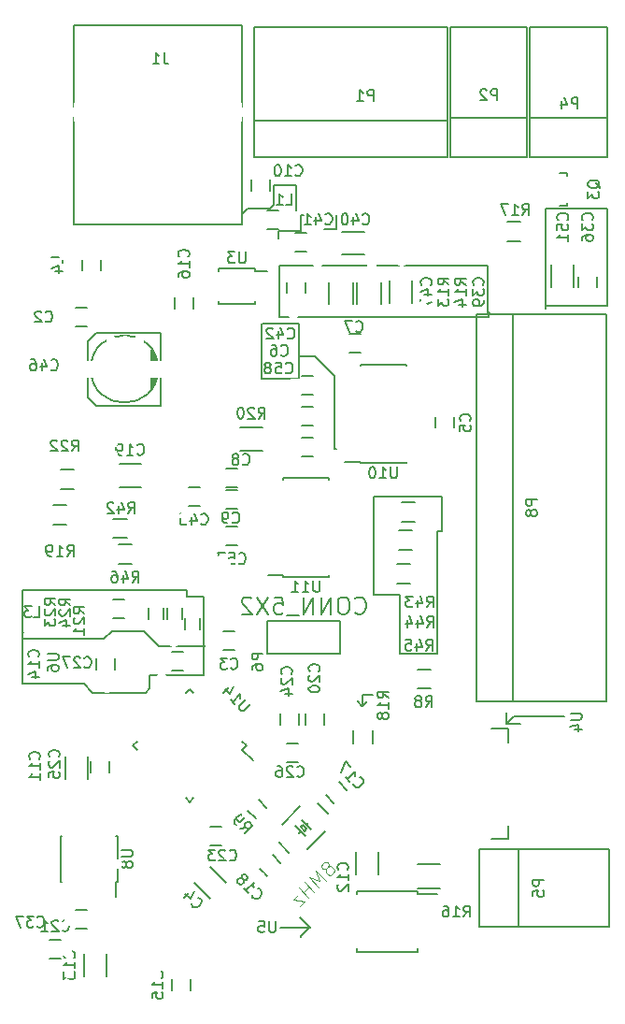
<source format=gbr>
G04 #@! TF.FileFunction,Legend,Bot*
%FSLAX46Y46*%
G04 Gerber Fmt 4.6, Leading zero omitted, Abs format (unit mm)*
G04 Created by KiCad (PCBNEW 4.0.2-4+6225~38~ubuntu15.04.1-stable) date Mi 16 Mär 2016 01:27:49 CET*
%MOMM*%
G01*
G04 APERTURE LIST*
%ADD10C,0.150000*%
%ADD11C,0.200000*%
%ADD12C,0.127000*%
%ADD13C,0.088900*%
%ADD14R,1.100000X0.250000*%
%ADD15R,1.500000X1.250000*%
%ADD16C,1.700000*%
%ADD17C,4.000000*%
%ADD18R,1.000000X1.250000*%
%ADD19C,3.649980*%
%ADD20R,1.501140X1.501140*%
%ADD21C,1.501140*%
%ADD22R,1.250000X1.000000*%
%ADD23R,1.500000X1.300000*%
%ADD24R,1.300000X1.500000*%
%ADD25R,1.500000X0.600000*%
%ADD26R,1.700000X0.900000*%
%ADD27R,1.050000X1.050000*%
%ADD28C,1.050000*%
%ADD29R,1.250000X1.500000*%
%ADD30C,0.050000*%
%ADD31R,0.800100X0.800100*%
%ADD32O,2.000000X3.014980*%
%ADD33O,3.014980X2.000000*%
%ADD34R,2.000000X1.700000*%
%ADD35R,3.599180X1.600200*%
%ADD36R,1.600000X1.000000*%
%ADD37R,1.000000X1.600000*%
%ADD38R,1.700000X0.650000*%
%ADD39R,0.800000X1.400000*%
%ADD40R,0.600000X1.550000*%
%ADD41R,0.900000X1.200000*%
%ADD42R,4.600000X1.100000*%
%ADD43R,9.400000X10.800000*%
%ADD44C,2.000000*%
%ADD45C,0.889000*%
%ADD46C,0.600000*%
G04 APERTURE END LIST*
D10*
D11*
X1270000Y-56682640D02*
X1323340Y-56682640D01*
X1270000Y-56050180D02*
X1270000Y-56682640D01*
X1343660Y-56042560D02*
X1303020Y-56042560D01*
X1262380Y-56672480D02*
X5285740Y-56672480D01*
X1262380Y-60751720D02*
X1262380Y-56672480D01*
X6809740Y-60751720D02*
X1262380Y-60751720D01*
X7632700Y-61574680D02*
X6809740Y-60751720D01*
X9918700Y-61574680D02*
X7632700Y-61574680D01*
X12418060Y-61574680D02*
X9918700Y-61574680D01*
X12799060Y-61193680D02*
X12418060Y-61574680D01*
X12799060Y-59944000D02*
X12799060Y-61193680D01*
X17721580Y-59944000D02*
X12799060Y-59944000D01*
X17721580Y-57246520D02*
X17721580Y-59944000D01*
X17729200Y-57325260D02*
X17729200Y-57256680D01*
X13624560Y-57325260D02*
X17729200Y-57325260D01*
X13398500Y-57099200D02*
X13624560Y-57325260D01*
X12265660Y-55966360D02*
X13398500Y-57099200D01*
X9385300Y-55966360D02*
X12265660Y-55966360D01*
X8638540Y-56713120D02*
X9385300Y-55966360D01*
X5245100Y-56713120D02*
X8638540Y-56713120D01*
X1277620Y-52240180D02*
X1277620Y-56057800D01*
X16129000Y-52240180D02*
X1277620Y-52240180D01*
X16129000Y-52880260D02*
X16129000Y-52240180D01*
X17721580Y-52872640D02*
X16116300Y-52872640D01*
X17721580Y-57485280D02*
X17721580Y-52872640D01*
X38783260Y-57993280D02*
X38783260Y-58039000D01*
X35445700Y-57993280D02*
X38783260Y-57993280D01*
X35445700Y-52669440D02*
X35445700Y-57993280D01*
X33103820Y-52669440D02*
X35445700Y-52669440D01*
X33103820Y-43830240D02*
X33103820Y-52669440D01*
X39281100Y-43830240D02*
X33103820Y-43830240D01*
X39281100Y-46939200D02*
X39281100Y-43830240D01*
X38828980Y-46939200D02*
X39281100Y-46939200D01*
X38828980Y-58069480D02*
X38828980Y-46939200D01*
X45153580Y-64371220D02*
X45153580Y-63319660D01*
X45199300Y-64378840D02*
X46372780Y-64378840D01*
X45813980Y-63715900D02*
X45196760Y-64333120D01*
X50396140Y-63715900D02*
X45813980Y-63715900D01*
X31640780Y-62377320D02*
X31640780Y-62298580D01*
X32029400Y-62765940D02*
X31640780Y-62377320D01*
X32067500Y-62788800D02*
X32514540Y-62341760D01*
X32067500Y-61752480D02*
X32067500Y-62788800D01*
X33042860Y-61752480D02*
X32067500Y-61752480D01*
X26499820Y-83566000D02*
X26499820Y-83687920D01*
X27261820Y-82804000D02*
X26499820Y-83566000D01*
X26423620Y-81935320D02*
X26408380Y-81935320D01*
X27292300Y-82804000D02*
X26423620Y-81935320D01*
X24655780Y-82804000D02*
X27292300Y-82804000D01*
X51630580Y-26522680D02*
X48704500Y-26522680D01*
X48691800Y-17698720D02*
X48691800Y-26751280D01*
X54279800Y-17698720D02*
X48691800Y-17698720D01*
X54279800Y-26555700D02*
X54279800Y-17698720D01*
X51653440Y-26555700D02*
X54279800Y-26555700D01*
X43467020Y-27114500D02*
X43578780Y-27114500D01*
X43467020Y-27561540D02*
X43467020Y-27114500D01*
X24579580Y-27561540D02*
X43467020Y-27561540D01*
X24579580Y-22867620D02*
X24579580Y-27561540D01*
X43439080Y-22867620D02*
X24579580Y-22867620D01*
X43439080Y-27226260D02*
X43439080Y-22867620D01*
X26515060Y-18277840D02*
X26774140Y-18277840D01*
X26515060Y-19725640D02*
X26515060Y-18277840D01*
X24488140Y-19725640D02*
X26515060Y-19725640D01*
X24488140Y-20472400D02*
X24488140Y-19725640D01*
X29715460Y-19558000D02*
X28618180Y-19558000D01*
X29715460Y-18293080D02*
X29715460Y-19558000D01*
X21211540Y-18110200D02*
X21196300Y-18110200D01*
X21623020Y-17698720D02*
X21211540Y-18110200D01*
X23695660Y-17698720D02*
X21623020Y-17698720D01*
X24015700Y-17378680D02*
X23695660Y-17698720D01*
X24015700Y-15610840D02*
X24015700Y-17378680D01*
X26073100Y-17866360D02*
X26103580Y-17835880D01*
X26073100Y-15626080D02*
X26073100Y-17866360D01*
X24030940Y-15626080D02*
X26073100Y-15626080D01*
X29540200Y-39458900D02*
X29667200Y-39458900D01*
X29540200Y-32893000D02*
X29540200Y-39458900D01*
X29184600Y-32537400D02*
X29540200Y-32893000D01*
X27787600Y-31140400D02*
X29184600Y-32537400D01*
X26314400Y-31140400D02*
X27787600Y-31140400D01*
X22923500Y-28117800D02*
X22898100Y-28117800D01*
X22923500Y-33172400D02*
X22923500Y-28117800D01*
X26301700Y-33172400D02*
X22923500Y-33172400D01*
X26301700Y-32842200D02*
X26301700Y-33172400D01*
X26301700Y-28168600D02*
X26301700Y-32842200D01*
X23050500Y-28168600D02*
X26301700Y-28168600D01*
D10*
X22325000Y-23125000D02*
X22325000Y-23400000D01*
X19075000Y-23125000D02*
X19075000Y-23400000D01*
X19075000Y-26375000D02*
X19075000Y-26100000D01*
X22325000Y-26375000D02*
X22325000Y-26100000D01*
X22325000Y-23125000D02*
X19075000Y-23125000D01*
X22325000Y-26375000D02*
X19075000Y-26375000D01*
X22325000Y-23400000D02*
X23400000Y-23400000D01*
X9446000Y-53125000D02*
X10446000Y-53125000D01*
X10446000Y-54825000D02*
X9446000Y-54825000D01*
X17303000Y-44649000D02*
X16303000Y-44649000D01*
X16303000Y-42949000D02*
X17303000Y-42949000D01*
X5880000Y-1126000D02*
X21120000Y-1126000D01*
X21120000Y-1126000D02*
X21120000Y-19160000D01*
X21120000Y-19160000D02*
X5880000Y-19160000D01*
X5880000Y-19160000D02*
X5880000Y-1126000D01*
X19732000Y-41298000D02*
X20732000Y-41298000D01*
X20732000Y-42998000D02*
X19732000Y-42998000D01*
X29637080Y-73169473D02*
X27374338Y-70906731D01*
D12*
X23838804Y-74442265D02*
X26101546Y-76705007D01*
X26917547Y-74524289D02*
X26468534Y-74075277D01*
X26468534Y-74075277D02*
X26019522Y-73626264D01*
X26827745Y-74075277D02*
X26468534Y-73716066D01*
X26468534Y-73716066D02*
X26648139Y-73536461D01*
X26648139Y-73536461D02*
X27007350Y-73895672D01*
X27007350Y-73895672D02*
X26827745Y-74075277D01*
X27456362Y-73985474D02*
X27007350Y-73536461D01*
X27007350Y-73536461D02*
X26558337Y-73087449D01*
X27186955Y-73356856D02*
X27007350Y-73536461D01*
X26288929Y-74254882D02*
X26468534Y-74075277D01*
X26101546Y-76705007D02*
X29637080Y-73169473D01*
X23838804Y-74442265D02*
X27374338Y-70906731D01*
D10*
X21537170Y-66352257D02*
X21165939Y-66723488D01*
X16410646Y-61225733D02*
X16039415Y-61596964D01*
X11284122Y-66352257D02*
X11655353Y-65981026D01*
X16410646Y-71478781D02*
X16781877Y-71107550D01*
X21537170Y-66352257D02*
X21165939Y-65981026D01*
X16410646Y-71478781D02*
X16039415Y-71107550D01*
X11284122Y-66352257D02*
X11655353Y-66723488D01*
X16410646Y-61225733D02*
X16781877Y-61596964D01*
X21165939Y-66723488D02*
X22138211Y-67695760D01*
X30908000Y-29106000D02*
X31908000Y-29106000D01*
X31908000Y-30806000D02*
X30908000Y-30806000D01*
X38686000Y-37568000D02*
X38686000Y-36568000D01*
X40386000Y-36568000D02*
X40386000Y-37568000D01*
X26590000Y-35710000D02*
X27590000Y-35710000D01*
X27590000Y-37410000D02*
X26590000Y-37410000D01*
X19732000Y-43203000D02*
X20732000Y-43203000D01*
X20732000Y-44903000D02*
X19732000Y-44903000D01*
X21985500Y-16105000D02*
X21985500Y-15105000D01*
X23685500Y-15105000D02*
X23685500Y-16105000D01*
X29462920Y-71554512D02*
X28755813Y-70847405D01*
X29957894Y-69645324D02*
X30665001Y-70352431D01*
X23932141Y-76263773D02*
X24639248Y-76970880D01*
X23437167Y-78172961D02*
X22730060Y-77465854D01*
X19250000Y-75350000D02*
X18250000Y-75350000D01*
X18250000Y-73650000D02*
X19250000Y-73650000D01*
X26289000Y-63428500D02*
X26289000Y-64428500D01*
X24589000Y-64428500D02*
X24589000Y-63428500D01*
X7400000Y-68750000D02*
X7400000Y-67750000D01*
X9100000Y-67750000D02*
X9100000Y-68750000D01*
X26250000Y-67850000D02*
X25250000Y-67850000D01*
X25250000Y-66150000D02*
X26250000Y-66150000D01*
X14842500Y-57871500D02*
X15842500Y-57871500D01*
X15842500Y-59571500D02*
X14842500Y-59571500D01*
X23348074Y-71975877D02*
X22640968Y-71268771D01*
X21686374Y-72223365D02*
X22393480Y-72930471D01*
X7079500Y-28393000D02*
X6079500Y-28393000D01*
X6079500Y-26693000D02*
X7079500Y-26693000D01*
X38231000Y-59434000D02*
X37031000Y-59434000D01*
X37031000Y-61184000D02*
X38231000Y-61184000D01*
X46359000Y-18921000D02*
X45159000Y-18921000D01*
X45159000Y-20671000D02*
X46359000Y-20671000D01*
X32968800Y-66166800D02*
X32968800Y-64966800D01*
X31218800Y-64966800D02*
X31218800Y-66166800D01*
X24888000Y-51043000D02*
X24888000Y-50928000D01*
X29038000Y-51043000D02*
X29038000Y-50928000D01*
X29038000Y-42143000D02*
X29038000Y-42258000D01*
X24888000Y-42143000D02*
X24888000Y-42258000D01*
X24888000Y-51043000D02*
X29038000Y-51043000D01*
X24888000Y-42143000D02*
X29038000Y-42143000D01*
X24888000Y-50928000D02*
X23513000Y-50928000D01*
X28575000Y-63428500D02*
X28575000Y-64428500D01*
X26875000Y-64428500D02*
X26875000Y-63428500D01*
X15064000Y-26773000D02*
X15064000Y-25773000D01*
X16764000Y-25773000D02*
X16764000Y-26773000D01*
X20732000Y-48205000D02*
X19732000Y-48205000D01*
X19732000Y-46505000D02*
X20732000Y-46505000D01*
X27590000Y-40204000D02*
X26590000Y-40204000D01*
X26590000Y-38504000D02*
X27590000Y-38504000D01*
X24478500Y-19566500D02*
X23478500Y-19566500D01*
X23478500Y-17866500D02*
X24478500Y-17866500D01*
X31213000Y-26384000D02*
X31213000Y-24384000D01*
X29063000Y-24384000D02*
X29063000Y-26384000D01*
X31603000Y-24384000D02*
X31603000Y-26384000D01*
X33753000Y-26384000D02*
X33753000Y-24384000D01*
X4062800Y-46341000D02*
X5262800Y-46341000D01*
X5262800Y-44591000D02*
X4062800Y-44591000D01*
X4710500Y-43102500D02*
X5910500Y-43102500D01*
X5910500Y-41352500D02*
X4710500Y-41352500D01*
X10698400Y-45810200D02*
X9498400Y-45810200D01*
X9498400Y-47560200D02*
X10698400Y-47560200D01*
X35634000Y-46071000D02*
X36834000Y-46071000D01*
X36834000Y-44321000D02*
X35634000Y-44321000D01*
X35380000Y-48611000D02*
X36580000Y-48611000D01*
X36580000Y-46861000D02*
X35380000Y-46861000D01*
X35189500Y-51659000D02*
X36389500Y-51659000D01*
X36389500Y-49909000D02*
X35189500Y-49909000D01*
X11181000Y-48147000D02*
X9981000Y-48147000D01*
X9981000Y-49897000D02*
X11181000Y-49897000D01*
X31873000Y-40756000D02*
X31873000Y-40641000D01*
X36023000Y-40756000D02*
X36023000Y-40641000D01*
X36023000Y-31856000D02*
X36023000Y-31971000D01*
X31873000Y-31856000D02*
X31873000Y-31971000D01*
X31873000Y-40756000D02*
X36023000Y-40756000D01*
X31873000Y-31856000D02*
X36023000Y-31856000D01*
X31873000Y-40641000D02*
X30498000Y-40641000D01*
X24715100Y-55076600D02*
X25604100Y-55076600D01*
X25604100Y-55076600D02*
X25644740Y-55081680D01*
X23429860Y-57172100D02*
X23432400Y-56450740D01*
X23432500Y-58027500D02*
X23432500Y-57227500D01*
X30082500Y-58027500D02*
X23432500Y-58027500D01*
X30082500Y-58027500D02*
X30082500Y-55077500D01*
X30082500Y-55077500D02*
X25532500Y-55077500D01*
X23432500Y-56427500D02*
X23432500Y-55077500D01*
X23432500Y-55077500D02*
X24732500Y-55077500D01*
X8350000Y-22350000D02*
X8350000Y-23350000D01*
X6650000Y-23350000D02*
X6650000Y-22350000D01*
X50650240Y-14700840D02*
X50650240Y-14749100D01*
X49949200Y-17499820D02*
X50650240Y-17499820D01*
X50650240Y-17499820D02*
X50650240Y-17250900D01*
X50650240Y-14700840D02*
X50650240Y-14500180D01*
X50650240Y-14500180D02*
X49949200Y-14500180D01*
X22250000Y-13100000D02*
X22250000Y-1300000D01*
X39750000Y-13100000D02*
X39750000Y-1300000D01*
X39750000Y-9770000D02*
X22250000Y-9770000D01*
X22250000Y-13100000D02*
X39750000Y-13100000D01*
X39750000Y-1300000D02*
X22250000Y-1300000D01*
X42635000Y-75732000D02*
X54435000Y-75732000D01*
X42635000Y-82732000D02*
X54435000Y-82732000D01*
X46215000Y-82732000D02*
X46215000Y-75732000D01*
X42635000Y-75732000D02*
X42635000Y-82732000D01*
X54435000Y-82732000D02*
X54435000Y-75732000D01*
X40000000Y-13100000D02*
X40000000Y-1300000D01*
X47000000Y-13100000D02*
X47000000Y-1300000D01*
X47000000Y-9520000D02*
X40000000Y-9520000D01*
X40000000Y-13100000D02*
X47000000Y-13100000D01*
X47000000Y-1300000D02*
X40000000Y-1300000D01*
X47250000Y-13100000D02*
X47250000Y-1300000D01*
X54250000Y-13100000D02*
X54250000Y-1300000D01*
X54250000Y-9520000D02*
X47250000Y-9520000D01*
X47250000Y-13100000D02*
X54250000Y-13100000D01*
X54250000Y-1300000D02*
X47250000Y-1300000D01*
X42381000Y-27315000D02*
X54181000Y-27315000D01*
X42381000Y-62315000D02*
X54181000Y-62315000D01*
X45711000Y-62315000D02*
X45711000Y-27315000D01*
X42381000Y-27315000D02*
X42381000Y-62315000D01*
X54181000Y-62315000D02*
X54181000Y-27315000D01*
X53340000Y-23868000D02*
X53340000Y-24868000D01*
X51640000Y-24868000D02*
X51640000Y-23868000D01*
X6093200Y-81242800D02*
X7093200Y-81242800D01*
X7093200Y-82942800D02*
X6093200Y-82942800D01*
X27018500Y-21662000D02*
X26018500Y-21662000D01*
X26018500Y-19962000D02*
X27018500Y-19962000D01*
X27590000Y-34616000D02*
X26590000Y-34616000D01*
X26590000Y-32916000D02*
X27590000Y-32916000D01*
X26924000Y-24376000D02*
X26924000Y-25376000D01*
X25224000Y-25376000D02*
X25224000Y-24376000D01*
X21010000Y-39667000D02*
X23010000Y-39667000D01*
X23010000Y-37517000D02*
X21010000Y-37517000D01*
X18232322Y-80181891D02*
X16818109Y-78767678D01*
X18267678Y-77318109D02*
X19681891Y-78732322D01*
X13421000Y-31488000D02*
X13421000Y-33012000D01*
X13294000Y-33393000D02*
X13294000Y-31107000D01*
X13167000Y-30853000D02*
X13167000Y-33647000D01*
X13040000Y-33901000D02*
X13040000Y-30599000D01*
X12913000Y-30472000D02*
X12913000Y-34028000D01*
X13802000Y-28948000D02*
X13802000Y-35552000D01*
X13802000Y-35552000D02*
X7960000Y-35552000D01*
X7960000Y-35552000D02*
X7198000Y-34790000D01*
X7198000Y-34790000D02*
X7198000Y-29710000D01*
X7198000Y-29710000D02*
X7960000Y-28948000D01*
X7960000Y-28948000D02*
X13802000Y-28948000D01*
X8341000Y-32250000D02*
X9103000Y-32250000D01*
X8722000Y-31869000D02*
X8722000Y-32631000D01*
X13548000Y-32250000D02*
G75*
G03X13548000Y-32250000I-3048000J0D01*
G01*
X20478000Y-57730000D02*
X19478000Y-57730000D01*
X19478000Y-56030000D02*
X20478000Y-56030000D01*
X34510500Y-26257000D02*
X34510500Y-24257000D01*
X36560500Y-24257000D02*
X36560500Y-26257000D01*
X30217500Y-19850500D02*
X32217500Y-19850500D01*
X32217500Y-21900500D02*
X30217500Y-21900500D01*
X10024500Y-40869000D02*
X12024500Y-40869000D01*
X12024500Y-42919000D02*
X10024500Y-42919000D01*
X5110000Y-69335400D02*
X5110000Y-67335400D01*
X7160000Y-67335400D02*
X7160000Y-69335400D01*
X51229000Y-22796500D02*
X51229000Y-24796500D01*
X49179000Y-24796500D02*
X49179000Y-22796500D01*
X6838200Y-87207600D02*
X6838200Y-85207600D01*
X8888200Y-85207600D02*
X8888200Y-87207600D01*
X37079000Y-79525000D02*
X37079000Y-79825000D01*
X31579000Y-79525000D02*
X31579000Y-79825000D01*
X31579000Y-85035000D02*
X31579000Y-84735000D01*
X37079000Y-85035000D02*
X37079000Y-84735000D01*
X37079000Y-79525000D02*
X31579000Y-79525000D01*
X37079000Y-85035000D02*
X31579000Y-85035000D01*
X37079000Y-79825000D02*
X38829000Y-79825000D01*
X31449800Y-77971400D02*
X31449800Y-75971400D01*
X33499800Y-75971400D02*
X33499800Y-77971400D01*
X39062800Y-77115600D02*
X37062800Y-77115600D01*
X37062800Y-79265600D02*
X39062800Y-79265600D01*
X7953000Y-59491500D02*
X7953000Y-58491500D01*
X9653000Y-58491500D02*
X9653000Y-59491500D01*
X14785600Y-88511000D02*
X14785600Y-87511000D01*
X16485600Y-87511000D02*
X16485600Y-88511000D01*
X9853000Y-78665400D02*
X9708000Y-78665400D01*
X9853000Y-74515400D02*
X9708000Y-74515400D01*
X4703000Y-74515400D02*
X4848000Y-74515400D01*
X4703000Y-78665400D02*
X4848000Y-78665400D01*
X9853000Y-78665400D02*
X9853000Y-74515400D01*
X4703000Y-78665400D02*
X4703000Y-74515400D01*
X9708000Y-78665400D02*
X9708000Y-80065400D01*
X16002000Y-54808500D02*
X16002000Y-55808500D01*
X17352000Y-55808500D02*
X17352000Y-54808500D01*
X14050000Y-54919500D02*
X14050000Y-53919500D01*
X12700000Y-53919500D02*
X12700000Y-54919500D01*
X14351000Y-53919500D02*
X14351000Y-54919500D01*
X15701000Y-54919500D02*
X15701000Y-53919500D01*
X3731000Y-83960600D02*
X4731000Y-83960600D01*
X4731000Y-85660600D02*
X3731000Y-85660600D01*
X45291000Y-74834000D02*
X45291000Y-73584000D01*
X45291000Y-74834000D02*
X43791000Y-74834000D01*
X45291000Y-64834000D02*
X43791000Y-64834000D01*
X45291000Y-64834000D02*
X45291000Y-66084000D01*
X21461905Y-21652381D02*
X21461905Y-22461905D01*
X21414286Y-22557143D01*
X21366667Y-22604762D01*
X21271429Y-22652381D01*
X21080952Y-22652381D01*
X20985714Y-22604762D01*
X20938095Y-22557143D01*
X20890476Y-22461905D01*
X20890476Y-21652381D01*
X20509524Y-21652381D02*
X19890476Y-21652381D01*
X20223810Y-22033333D01*
X20080952Y-22033333D01*
X19985714Y-22080952D01*
X19938095Y-22128571D01*
X19890476Y-22223810D01*
X19890476Y-22461905D01*
X19938095Y-22557143D01*
X19985714Y-22604762D01*
X20080952Y-22652381D01*
X20366667Y-22652381D01*
X20461905Y-22604762D01*
X20509524Y-22557143D01*
X2302806Y-54727101D02*
X2778997Y-54727101D01*
X2778997Y-53727101D01*
X2064711Y-53727101D02*
X1445663Y-53727101D01*
X1778997Y-54108053D01*
X1636139Y-54108053D01*
X1540901Y-54155672D01*
X1493282Y-54203291D01*
X1445663Y-54298530D01*
X1445663Y-54536625D01*
X1493282Y-54631863D01*
X1540901Y-54679482D01*
X1636139Y-54727101D01*
X1921854Y-54727101D01*
X2017092Y-54679482D01*
X2064711Y-54631863D01*
X17445857Y-46256143D02*
X17493476Y-46303762D01*
X17636333Y-46351381D01*
X17731571Y-46351381D01*
X17874429Y-46303762D01*
X17969667Y-46208524D01*
X18017286Y-46113286D01*
X18064905Y-45922810D01*
X18064905Y-45779952D01*
X18017286Y-45589476D01*
X17969667Y-45494238D01*
X17874429Y-45399000D01*
X17731571Y-45351381D01*
X17636333Y-45351381D01*
X17493476Y-45399000D01*
X17445857Y-45446619D01*
X16588714Y-45684714D02*
X16588714Y-46351381D01*
X16826810Y-45303762D02*
X17064905Y-46018048D01*
X16445857Y-46018048D01*
X15588714Y-45351381D02*
X16064905Y-45351381D01*
X16112524Y-45827571D01*
X16064905Y-45779952D01*
X15969667Y-45732333D01*
X15731571Y-45732333D01*
X15636333Y-45779952D01*
X15588714Y-45827571D01*
X15541095Y-45922810D01*
X15541095Y-46160905D01*
X15588714Y-46256143D01*
X15636333Y-46303762D01*
X15731571Y-46351381D01*
X15969667Y-46351381D01*
X16064905Y-46303762D01*
X16112524Y-46256143D01*
X14087333Y-3626381D02*
X14087333Y-4340667D01*
X14134953Y-4483524D01*
X14230191Y-4578762D01*
X14373048Y-4626381D01*
X14468286Y-4626381D01*
X13087333Y-4626381D02*
X13658762Y-4626381D01*
X13373048Y-4626381D02*
X13373048Y-3626381D01*
X13468286Y-3769238D01*
X13563524Y-3864476D01*
X13658762Y-3912095D01*
X21223266Y-40844743D02*
X21270885Y-40892362D01*
X21413742Y-40939981D01*
X21508980Y-40939981D01*
X21651838Y-40892362D01*
X21747076Y-40797124D01*
X21794695Y-40701886D01*
X21842314Y-40511410D01*
X21842314Y-40368552D01*
X21794695Y-40178076D01*
X21747076Y-40082838D01*
X21651838Y-39987600D01*
X21508980Y-39939981D01*
X21413742Y-39939981D01*
X21270885Y-39987600D01*
X21223266Y-40035219D01*
X20651838Y-40368552D02*
X20747076Y-40320933D01*
X20794695Y-40273314D01*
X20842314Y-40178076D01*
X20842314Y-40130457D01*
X20794695Y-40035219D01*
X20747076Y-39987600D01*
X20651838Y-39939981D01*
X20461361Y-39939981D01*
X20366123Y-39987600D01*
X20318504Y-40035219D01*
X20270885Y-40130457D01*
X20270885Y-40178076D01*
X20318504Y-40273314D01*
X20366123Y-40320933D01*
X20461361Y-40368552D01*
X20651838Y-40368552D01*
X20747076Y-40416171D01*
X20794695Y-40463790D01*
X20842314Y-40559029D01*
X20842314Y-40749505D01*
X20794695Y-40844743D01*
X20747076Y-40892362D01*
X20651838Y-40939981D01*
X20461361Y-40939981D01*
X20366123Y-40892362D01*
X20318504Y-40844743D01*
X20270885Y-40749505D01*
X20270885Y-40559029D01*
X20318504Y-40463790D01*
X20366123Y-40416171D01*
X20461361Y-40368552D01*
D13*
X28948157Y-77327528D02*
X28990920Y-77199238D01*
X28990920Y-77113712D01*
X28948157Y-76985423D01*
X28905394Y-76942660D01*
X28777104Y-76899896D01*
X28691578Y-76899896D01*
X28563289Y-76942660D01*
X28392237Y-77113712D01*
X28349473Y-77242001D01*
X28349473Y-77327527D01*
X28392237Y-77455817D01*
X28435000Y-77498580D01*
X28563289Y-77541343D01*
X28648815Y-77541343D01*
X28777105Y-77498580D01*
X28948157Y-77327528D01*
X29076447Y-77284764D01*
X29161973Y-77284764D01*
X29290262Y-77327527D01*
X29461314Y-77498580D01*
X29504077Y-77626869D01*
X29504078Y-77712396D01*
X29461314Y-77840685D01*
X29290262Y-78011737D01*
X29161973Y-78054501D01*
X29076446Y-78054500D01*
X28948157Y-78011737D01*
X28777104Y-77840685D01*
X28734341Y-77712396D01*
X28734341Y-77626870D01*
X28777105Y-77498580D01*
X28734341Y-78567658D02*
X27836316Y-77669633D01*
X28178421Y-78610421D01*
X27237632Y-78268317D01*
X28135657Y-79166342D01*
X27708026Y-79593974D02*
X26810000Y-78695948D01*
X27237632Y-79123579D02*
X26724474Y-79636737D01*
X27194869Y-80107131D02*
X26296843Y-79209105D01*
X26254079Y-79850552D02*
X25783685Y-80320947D01*
X26852763Y-80449236D01*
X26382369Y-80919631D01*
D10*
X21915977Y-62597856D02*
X21343558Y-63170276D01*
X21242542Y-63203948D01*
X21175199Y-63203948D01*
X21074184Y-63170276D01*
X20939496Y-63035589D01*
X20905825Y-62934573D01*
X20905825Y-62867230D01*
X20939496Y-62766215D01*
X21511916Y-62193795D01*
X20097703Y-62193795D02*
X20501764Y-62597856D01*
X20299734Y-62395826D02*
X21006840Y-61688719D01*
X20973169Y-61857078D01*
X20973169Y-61991765D01*
X21006840Y-62092780D01*
X19963016Y-61116299D02*
X19491611Y-61587703D01*
X20400749Y-61015284D02*
X20064031Y-61688719D01*
X19626298Y-61250986D01*
X31479786Y-28812763D02*
X31527405Y-28860382D01*
X31670262Y-28908001D01*
X31765500Y-28908001D01*
X31908358Y-28860382D01*
X32003596Y-28765144D01*
X32051215Y-28669906D01*
X32098834Y-28479430D01*
X32098834Y-28336572D01*
X32051215Y-28146096D01*
X32003596Y-28050858D01*
X31908358Y-27955620D01*
X31765500Y-27908001D01*
X31670262Y-27908001D01*
X31527405Y-27955620D01*
X31479786Y-28003239D01*
X31146453Y-27908001D02*
X30479786Y-27908001D01*
X30908358Y-28908001D01*
X41784543Y-36950354D02*
X41832162Y-36902735D01*
X41879781Y-36759878D01*
X41879781Y-36664640D01*
X41832162Y-36521782D01*
X41736924Y-36426544D01*
X41641686Y-36378925D01*
X41451210Y-36331306D01*
X41308352Y-36331306D01*
X41117876Y-36378925D01*
X41022638Y-36426544D01*
X40927400Y-36521782D01*
X40879781Y-36664640D01*
X40879781Y-36759878D01*
X40927400Y-36902735D01*
X40975019Y-36950354D01*
X40879781Y-37855116D02*
X40879781Y-37378925D01*
X41355971Y-37331306D01*
X41308352Y-37378925D01*
X41260733Y-37474163D01*
X41260733Y-37712259D01*
X41308352Y-37807497D01*
X41355971Y-37855116D01*
X41451210Y-37902735D01*
X41689305Y-37902735D01*
X41784543Y-37855116D01*
X41832162Y-37807497D01*
X41879781Y-37712259D01*
X41879781Y-37474163D01*
X41832162Y-37378925D01*
X41784543Y-37331306D01*
X24703066Y-30976843D02*
X24750685Y-31024462D01*
X24893542Y-31072081D01*
X24988780Y-31072081D01*
X25131638Y-31024462D01*
X25226876Y-30929224D01*
X25274495Y-30833986D01*
X25322114Y-30643510D01*
X25322114Y-30500652D01*
X25274495Y-30310176D01*
X25226876Y-30214938D01*
X25131638Y-30119700D01*
X24988780Y-30072081D01*
X24893542Y-30072081D01*
X24750685Y-30119700D01*
X24703066Y-30167319D01*
X23845923Y-30072081D02*
X24036400Y-30072081D01*
X24131638Y-30119700D01*
X24179257Y-30167319D01*
X24274495Y-30310176D01*
X24322114Y-30500652D01*
X24322114Y-30881605D01*
X24274495Y-30976843D01*
X24226876Y-31024462D01*
X24131638Y-31072081D01*
X23941161Y-31072081D01*
X23845923Y-31024462D01*
X23798304Y-30976843D01*
X23750685Y-30881605D01*
X23750685Y-30643510D01*
X23798304Y-30548271D01*
X23845923Y-30500652D01*
X23941161Y-30453033D01*
X24131638Y-30453033D01*
X24226876Y-30500652D01*
X24274495Y-30548271D01*
X24322114Y-30643510D01*
X20296166Y-46115243D02*
X20343785Y-46162862D01*
X20486642Y-46210481D01*
X20581880Y-46210481D01*
X20724738Y-46162862D01*
X20819976Y-46067624D01*
X20867595Y-45972386D01*
X20915214Y-45781910D01*
X20915214Y-45639052D01*
X20867595Y-45448576D01*
X20819976Y-45353338D01*
X20724738Y-45258100D01*
X20581880Y-45210481D01*
X20486642Y-45210481D01*
X20343785Y-45258100D01*
X20296166Y-45305719D01*
X19819976Y-46210481D02*
X19629500Y-46210481D01*
X19534261Y-46162862D01*
X19486642Y-46115243D01*
X19391404Y-45972386D01*
X19343785Y-45781910D01*
X19343785Y-45400957D01*
X19391404Y-45305719D01*
X19439023Y-45258100D01*
X19534261Y-45210481D01*
X19724738Y-45210481D01*
X19819976Y-45258100D01*
X19867595Y-45305719D01*
X19915214Y-45400957D01*
X19915214Y-45639052D01*
X19867595Y-45734290D01*
X19819976Y-45781910D01*
X19724738Y-45829529D01*
X19534261Y-45829529D01*
X19439023Y-45781910D01*
X19391404Y-45734290D01*
X19343785Y-45639052D01*
X26004757Y-14682743D02*
X26052376Y-14730362D01*
X26195233Y-14777981D01*
X26290471Y-14777981D01*
X26433329Y-14730362D01*
X26528567Y-14635124D01*
X26576186Y-14539886D01*
X26623805Y-14349410D01*
X26623805Y-14206552D01*
X26576186Y-14016076D01*
X26528567Y-13920838D01*
X26433329Y-13825600D01*
X26290471Y-13777981D01*
X26195233Y-13777981D01*
X26052376Y-13825600D01*
X26004757Y-13873219D01*
X25052376Y-14777981D02*
X25623805Y-14777981D01*
X25338091Y-14777981D02*
X25338091Y-13777981D01*
X25433329Y-13920838D01*
X25528567Y-14016076D01*
X25623805Y-14063695D01*
X24433329Y-13777981D02*
X24338090Y-13777981D01*
X24242852Y-13825600D01*
X24195233Y-13873219D01*
X24147614Y-13968457D01*
X24099995Y-14158933D01*
X24099995Y-14397029D01*
X24147614Y-14587505D01*
X24195233Y-14682743D01*
X24242852Y-14730362D01*
X24338090Y-14777981D01*
X24433329Y-14777981D01*
X24528567Y-14730362D01*
X24576186Y-14682743D01*
X24623805Y-14587505D01*
X24671424Y-14397029D01*
X24671424Y-14158933D01*
X24623805Y-13968457D01*
X24576186Y-13873219D01*
X24528567Y-13825600D01*
X24433329Y-13777981D01*
X31253529Y-69795107D02*
X31253529Y-69862450D01*
X31320873Y-69997137D01*
X31388216Y-70064481D01*
X31522904Y-70131825D01*
X31657591Y-70131825D01*
X31758606Y-70098153D01*
X31926964Y-69997138D01*
X32027980Y-69896122D01*
X32128995Y-69727763D01*
X32162667Y-69626748D01*
X32162667Y-69492061D01*
X32095323Y-69357374D01*
X32027980Y-69290030D01*
X31893293Y-69222687D01*
X31825949Y-69222687D01*
X30512751Y-69189015D02*
X30916812Y-69593076D01*
X30714782Y-69391046D02*
X31421889Y-68683939D01*
X31388217Y-68852298D01*
X31388217Y-68986985D01*
X31421889Y-69088000D01*
X30984156Y-68246206D02*
X30512751Y-67774802D01*
X30108690Y-68784955D01*
X22046030Y-79891607D02*
X22046030Y-79958950D01*
X22113374Y-80093637D01*
X22180717Y-80160981D01*
X22315405Y-80228325D01*
X22450092Y-80228325D01*
X22551107Y-80194653D01*
X22719465Y-80093638D01*
X22820481Y-79992622D01*
X22921496Y-79824263D01*
X22955168Y-79723248D01*
X22955168Y-79588561D01*
X22887824Y-79453874D01*
X22820481Y-79386530D01*
X22685794Y-79319187D01*
X22618450Y-79319187D01*
X21305252Y-79285515D02*
X21709313Y-79689576D01*
X21507283Y-79487546D02*
X22214390Y-78780439D01*
X22180718Y-78948798D01*
X22180718Y-79083485D01*
X22214390Y-79184500D01*
X21305253Y-78477393D02*
X21406268Y-78511065D01*
X21473611Y-78511065D01*
X21574626Y-78477393D01*
X21608298Y-78443722D01*
X21641970Y-78342706D01*
X21641970Y-78275363D01*
X21608298Y-78174348D01*
X21473610Y-78039660D01*
X21372595Y-78005988D01*
X21305252Y-78005988D01*
X21204237Y-78039660D01*
X21170565Y-78073332D01*
X21136893Y-78174347D01*
X21136893Y-78241690D01*
X21170565Y-78342706D01*
X21305253Y-78477393D01*
X21338924Y-78578408D01*
X21338924Y-78645752D01*
X21305252Y-78746768D01*
X21170565Y-78881455D01*
X21069550Y-78915126D01*
X21002206Y-78915126D01*
X20901191Y-78881455D01*
X20766504Y-78746767D01*
X20732832Y-78645752D01*
X20732832Y-78578408D01*
X20766504Y-78477393D01*
X20901190Y-78342706D01*
X21002206Y-78309034D01*
X21069550Y-78309034D01*
X21170565Y-78342706D01*
X20010357Y-76684143D02*
X20057976Y-76731762D01*
X20200833Y-76779381D01*
X20296071Y-76779381D01*
X20438929Y-76731762D01*
X20534167Y-76636524D01*
X20581786Y-76541286D01*
X20629405Y-76350810D01*
X20629405Y-76207952D01*
X20581786Y-76017476D01*
X20534167Y-75922238D01*
X20438929Y-75827000D01*
X20296071Y-75779381D01*
X20200833Y-75779381D01*
X20057976Y-75827000D01*
X20010357Y-75874619D01*
X19629405Y-75874619D02*
X19581786Y-75827000D01*
X19486548Y-75779381D01*
X19248452Y-75779381D01*
X19153214Y-75827000D01*
X19105595Y-75874619D01*
X19057976Y-75969857D01*
X19057976Y-76065095D01*
X19105595Y-76207952D01*
X19677024Y-76779381D01*
X19057976Y-76779381D01*
X18724643Y-75779381D02*
X18105595Y-75779381D01*
X18438929Y-76160333D01*
X18296071Y-76160333D01*
X18200833Y-76207952D01*
X18153214Y-76255571D01*
X18105595Y-76350810D01*
X18105595Y-76588905D01*
X18153214Y-76684143D01*
X18200833Y-76731762D01*
X18296071Y-76779381D01*
X18581786Y-76779381D01*
X18677024Y-76731762D01*
X18724643Y-76684143D01*
X25607143Y-59857143D02*
X25654762Y-59809524D01*
X25702381Y-59666667D01*
X25702381Y-59571429D01*
X25654762Y-59428571D01*
X25559524Y-59333333D01*
X25464286Y-59285714D01*
X25273810Y-59238095D01*
X25130952Y-59238095D01*
X24940476Y-59285714D01*
X24845238Y-59333333D01*
X24750000Y-59428571D01*
X24702381Y-59571429D01*
X24702381Y-59666667D01*
X24750000Y-59809524D01*
X24797619Y-59857143D01*
X24797619Y-60238095D02*
X24750000Y-60285714D01*
X24702381Y-60380952D01*
X24702381Y-60619048D01*
X24750000Y-60714286D01*
X24797619Y-60761905D01*
X24892857Y-60809524D01*
X24988095Y-60809524D01*
X25130952Y-60761905D01*
X25702381Y-60190476D01*
X25702381Y-60809524D01*
X25035714Y-61666667D02*
X25702381Y-61666667D01*
X24654762Y-61428571D02*
X25369048Y-61190476D01*
X25369048Y-61809524D01*
X4548143Y-67365643D02*
X4595762Y-67318024D01*
X4643381Y-67175167D01*
X4643381Y-67079929D01*
X4595762Y-66937071D01*
X4500524Y-66841833D01*
X4405286Y-66794214D01*
X4214810Y-66746595D01*
X4071952Y-66746595D01*
X3881476Y-66794214D01*
X3786238Y-66841833D01*
X3691000Y-66937071D01*
X3643381Y-67079929D01*
X3643381Y-67175167D01*
X3691000Y-67318024D01*
X3738619Y-67365643D01*
X3738619Y-67746595D02*
X3691000Y-67794214D01*
X3643381Y-67889452D01*
X3643381Y-68127548D01*
X3691000Y-68222786D01*
X3738619Y-68270405D01*
X3833857Y-68318024D01*
X3929095Y-68318024D01*
X4071952Y-68270405D01*
X4643381Y-67698976D01*
X4643381Y-68318024D01*
X3643381Y-69222786D02*
X3643381Y-68746595D01*
X4119571Y-68698976D01*
X4071952Y-68746595D01*
X4024333Y-68841833D01*
X4024333Y-69079929D01*
X4071952Y-69175167D01*
X4119571Y-69222786D01*
X4214810Y-69270405D01*
X4452905Y-69270405D01*
X4548143Y-69222786D01*
X4595762Y-69175167D01*
X4643381Y-69079929D01*
X4643381Y-68841833D01*
X4595762Y-68746595D01*
X4548143Y-68698976D01*
X26142857Y-69107143D02*
X26190476Y-69154762D01*
X26333333Y-69202381D01*
X26428571Y-69202381D01*
X26571429Y-69154762D01*
X26666667Y-69059524D01*
X26714286Y-68964286D01*
X26761905Y-68773810D01*
X26761905Y-68630952D01*
X26714286Y-68440476D01*
X26666667Y-68345238D01*
X26571429Y-68250000D01*
X26428571Y-68202381D01*
X26333333Y-68202381D01*
X26190476Y-68250000D01*
X26142857Y-68297619D01*
X25761905Y-68297619D02*
X25714286Y-68250000D01*
X25619048Y-68202381D01*
X25380952Y-68202381D01*
X25285714Y-68250000D01*
X25238095Y-68297619D01*
X25190476Y-68392857D01*
X25190476Y-68488095D01*
X25238095Y-68630952D01*
X25809524Y-69202381D01*
X25190476Y-69202381D01*
X24333333Y-68202381D02*
X24523810Y-68202381D01*
X24619048Y-68250000D01*
X24666667Y-68297619D01*
X24761905Y-68440476D01*
X24809524Y-68630952D01*
X24809524Y-69011905D01*
X24761905Y-69107143D01*
X24714286Y-69154762D01*
X24619048Y-69202381D01*
X24428571Y-69202381D01*
X24333333Y-69154762D01*
X24285714Y-69107143D01*
X24238095Y-69011905D01*
X24238095Y-68773810D01*
X24285714Y-68678571D01*
X24333333Y-68630952D01*
X24428571Y-68583333D01*
X24619048Y-68583333D01*
X24714286Y-68630952D01*
X24761905Y-68678571D01*
X24809524Y-68773810D01*
X6865857Y-59221643D02*
X6913476Y-59269262D01*
X7056333Y-59316881D01*
X7151571Y-59316881D01*
X7294429Y-59269262D01*
X7389667Y-59174024D01*
X7437286Y-59078786D01*
X7484905Y-58888310D01*
X7484905Y-58745452D01*
X7437286Y-58554976D01*
X7389667Y-58459738D01*
X7294429Y-58364500D01*
X7151571Y-58316881D01*
X7056333Y-58316881D01*
X6913476Y-58364500D01*
X6865857Y-58412119D01*
X6484905Y-58412119D02*
X6437286Y-58364500D01*
X6342048Y-58316881D01*
X6103952Y-58316881D01*
X6008714Y-58364500D01*
X5961095Y-58412119D01*
X5913476Y-58507357D01*
X5913476Y-58602595D01*
X5961095Y-58745452D01*
X6532524Y-59316881D01*
X5913476Y-59316881D01*
X5580143Y-58316881D02*
X4913476Y-58316881D01*
X5342048Y-59316881D01*
X20971690Y-73880856D02*
X21544111Y-73779841D01*
X21375751Y-74284918D02*
X22082858Y-73577811D01*
X21813484Y-73308436D01*
X21712468Y-73274765D01*
X21645125Y-73274765D01*
X21544110Y-73308436D01*
X21443095Y-73409452D01*
X21409423Y-73510467D01*
X21409423Y-73577810D01*
X21443095Y-73678825D01*
X21712469Y-73948200D01*
X20634973Y-73544139D02*
X20500286Y-73409452D01*
X20466614Y-73308436D01*
X20466614Y-73241093D01*
X20500285Y-73072734D01*
X20601300Y-72904376D01*
X20870675Y-72635001D01*
X20971690Y-72601330D01*
X21039033Y-72601330D01*
X21140049Y-72635001D01*
X21274736Y-72769689D01*
X21308408Y-72870704D01*
X21308408Y-72938048D01*
X21274736Y-73039063D01*
X21106378Y-73207421D01*
X21005362Y-73241093D01*
X20938018Y-73241094D01*
X20837003Y-73207422D01*
X20702316Y-73072734D01*
X20668644Y-72971719D01*
X20668645Y-72904375D01*
X20702316Y-72803360D01*
X3341666Y-27916143D02*
X3389285Y-27963762D01*
X3532142Y-28011381D01*
X3627380Y-28011381D01*
X3770238Y-27963762D01*
X3865476Y-27868524D01*
X3913095Y-27773286D01*
X3960714Y-27582810D01*
X3960714Y-27439952D01*
X3913095Y-27249476D01*
X3865476Y-27154238D01*
X3770238Y-27059000D01*
X3627380Y-27011381D01*
X3532142Y-27011381D01*
X3389285Y-27059000D01*
X3341666Y-27106619D01*
X2960714Y-27106619D02*
X2913095Y-27059000D01*
X2817857Y-27011381D01*
X2579761Y-27011381D01*
X2484523Y-27059000D01*
X2436904Y-27106619D01*
X2389285Y-27201857D01*
X2389285Y-27297095D01*
X2436904Y-27439952D01*
X3008333Y-28011381D01*
X2389285Y-28011381D01*
X37797666Y-62861381D02*
X38131000Y-62385190D01*
X38369095Y-62861381D02*
X38369095Y-61861381D01*
X37988142Y-61861381D01*
X37892904Y-61909000D01*
X37845285Y-61956619D01*
X37797666Y-62051857D01*
X37797666Y-62194714D01*
X37845285Y-62289952D01*
X37892904Y-62337571D01*
X37988142Y-62385190D01*
X38369095Y-62385190D01*
X37226238Y-62289952D02*
X37321476Y-62242333D01*
X37369095Y-62194714D01*
X37416714Y-62099476D01*
X37416714Y-62051857D01*
X37369095Y-61956619D01*
X37321476Y-61909000D01*
X37226238Y-61861381D01*
X37035761Y-61861381D01*
X36940523Y-61909000D01*
X36892904Y-61956619D01*
X36845285Y-62051857D01*
X36845285Y-62099476D01*
X36892904Y-62194714D01*
X36940523Y-62242333D01*
X37035761Y-62289952D01*
X37226238Y-62289952D01*
X37321476Y-62337571D01*
X37369095Y-62385190D01*
X37416714Y-62480429D01*
X37416714Y-62670905D01*
X37369095Y-62766143D01*
X37321476Y-62813762D01*
X37226238Y-62861381D01*
X37035761Y-62861381D01*
X36940523Y-62813762D01*
X36892904Y-62766143D01*
X36845285Y-62670905D01*
X36845285Y-62480429D01*
X36892904Y-62385190D01*
X36940523Y-62337571D01*
X37035761Y-62289952D01*
X46573677Y-18318741D02*
X46907011Y-17842550D01*
X47145106Y-18318741D02*
X47145106Y-17318741D01*
X46764153Y-17318741D01*
X46668915Y-17366360D01*
X46621296Y-17413979D01*
X46573677Y-17509217D01*
X46573677Y-17652074D01*
X46621296Y-17747312D01*
X46668915Y-17794931D01*
X46764153Y-17842550D01*
X47145106Y-17842550D01*
X45621296Y-18318741D02*
X46192725Y-18318741D01*
X45907011Y-18318741D02*
X45907011Y-17318741D01*
X46002249Y-17461598D01*
X46097487Y-17556836D01*
X46192725Y-17604455D01*
X45287963Y-17318741D02*
X44621296Y-17318741D01*
X45049868Y-18318741D01*
X34424881Y-62031643D02*
X33948690Y-61698309D01*
X34424881Y-61460214D02*
X33424881Y-61460214D01*
X33424881Y-61841167D01*
X33472500Y-61936405D01*
X33520119Y-61984024D01*
X33615357Y-62031643D01*
X33758214Y-62031643D01*
X33853452Y-61984024D01*
X33901071Y-61936405D01*
X33948690Y-61841167D01*
X33948690Y-61460214D01*
X34424881Y-62984024D02*
X34424881Y-62412595D01*
X34424881Y-62698309D02*
X33424881Y-62698309D01*
X33567738Y-62603071D01*
X33662976Y-62507833D01*
X33710595Y-62412595D01*
X33853452Y-63555452D02*
X33805833Y-63460214D01*
X33758214Y-63412595D01*
X33662976Y-63364976D01*
X33615357Y-63364976D01*
X33520119Y-63412595D01*
X33472500Y-63460214D01*
X33424881Y-63555452D01*
X33424881Y-63745929D01*
X33472500Y-63841167D01*
X33520119Y-63888786D01*
X33615357Y-63936405D01*
X33662976Y-63936405D01*
X33758214Y-63888786D01*
X33805833Y-63841167D01*
X33853452Y-63745929D01*
X33853452Y-63555452D01*
X33901071Y-63460214D01*
X33948690Y-63412595D01*
X34043929Y-63364976D01*
X34234405Y-63364976D01*
X34329643Y-63412595D01*
X34377262Y-63460214D01*
X34424881Y-63555452D01*
X34424881Y-63745929D01*
X34377262Y-63841167D01*
X34329643Y-63888786D01*
X34234405Y-63936405D01*
X34043929Y-63936405D01*
X33948690Y-63888786D01*
X33901071Y-63841167D01*
X33853452Y-63745929D01*
X28201095Y-51420381D02*
X28201095Y-52229905D01*
X28153476Y-52325143D01*
X28105857Y-52372762D01*
X28010619Y-52420381D01*
X27820142Y-52420381D01*
X27724904Y-52372762D01*
X27677285Y-52325143D01*
X27629666Y-52229905D01*
X27629666Y-51420381D01*
X26629666Y-52420381D02*
X27201095Y-52420381D01*
X26915381Y-52420381D02*
X26915381Y-51420381D01*
X27010619Y-51563238D01*
X27105857Y-51658476D01*
X27201095Y-51706095D01*
X25677285Y-52420381D02*
X26248714Y-52420381D01*
X25963000Y-52420381D02*
X25963000Y-51420381D01*
X26058238Y-51563238D01*
X26153476Y-51658476D01*
X26248714Y-51706095D01*
X28107143Y-59607143D02*
X28154762Y-59559524D01*
X28202381Y-59416667D01*
X28202381Y-59321429D01*
X28154762Y-59178571D01*
X28059524Y-59083333D01*
X27964286Y-59035714D01*
X27773810Y-58988095D01*
X27630952Y-58988095D01*
X27440476Y-59035714D01*
X27345238Y-59083333D01*
X27250000Y-59178571D01*
X27202381Y-59321429D01*
X27202381Y-59416667D01*
X27250000Y-59559524D01*
X27297619Y-59607143D01*
X27297619Y-59988095D02*
X27250000Y-60035714D01*
X27202381Y-60130952D01*
X27202381Y-60369048D01*
X27250000Y-60464286D01*
X27297619Y-60511905D01*
X27392857Y-60559524D01*
X27488095Y-60559524D01*
X27630952Y-60511905D01*
X28202381Y-59940476D01*
X28202381Y-60559524D01*
X27202381Y-61178571D02*
X27202381Y-61273810D01*
X27250000Y-61369048D01*
X27297619Y-61416667D01*
X27392857Y-61464286D01*
X27583333Y-61511905D01*
X27821429Y-61511905D01*
X28011905Y-61464286D01*
X28107143Y-61416667D01*
X28154762Y-61369048D01*
X28202381Y-61273810D01*
X28202381Y-61178571D01*
X28154762Y-61083333D01*
X28107143Y-61035714D01*
X28011905Y-60988095D01*
X27821429Y-60940476D01*
X27583333Y-60940476D01*
X27392857Y-60988095D01*
X27297619Y-61035714D01*
X27250000Y-61083333D01*
X27202381Y-61178571D01*
X16277863Y-22085063D02*
X16325482Y-22037444D01*
X16373101Y-21894587D01*
X16373101Y-21799349D01*
X16325482Y-21656491D01*
X16230244Y-21561253D01*
X16135006Y-21513634D01*
X15944530Y-21466015D01*
X15801672Y-21466015D01*
X15611196Y-21513634D01*
X15515958Y-21561253D01*
X15420720Y-21656491D01*
X15373101Y-21799349D01*
X15373101Y-21894587D01*
X15420720Y-22037444D01*
X15468339Y-22085063D01*
X16373101Y-23037444D02*
X16373101Y-22466015D01*
X16373101Y-22751729D02*
X15373101Y-22751729D01*
X15515958Y-22656491D01*
X15611196Y-22561253D01*
X15658815Y-22466015D01*
X15373101Y-23894587D02*
X15373101Y-23704110D01*
X15420720Y-23608872D01*
X15468339Y-23561253D01*
X15611196Y-23466015D01*
X15801672Y-23418396D01*
X16182625Y-23418396D01*
X16277863Y-23466015D01*
X16325482Y-23513634D01*
X16373101Y-23608872D01*
X16373101Y-23799349D01*
X16325482Y-23894587D01*
X16277863Y-23942206D01*
X16182625Y-23989825D01*
X15944530Y-23989825D01*
X15849291Y-23942206D01*
X15801672Y-23894587D01*
X15754053Y-23799349D01*
X15754053Y-23608872D01*
X15801672Y-23513634D01*
X15849291Y-23466015D01*
X15944530Y-23418396D01*
X20874857Y-49812143D02*
X20922476Y-49859762D01*
X21065333Y-49907381D01*
X21160571Y-49907381D01*
X21303429Y-49859762D01*
X21398667Y-49764524D01*
X21446286Y-49669286D01*
X21493905Y-49478810D01*
X21493905Y-49335952D01*
X21446286Y-49145476D01*
X21398667Y-49050238D01*
X21303429Y-48955000D01*
X21160571Y-48907381D01*
X21065333Y-48907381D01*
X20922476Y-48955000D01*
X20874857Y-49002619D01*
X19970095Y-48907381D02*
X20446286Y-48907381D01*
X20493905Y-49383571D01*
X20446286Y-49335952D01*
X20351048Y-49288333D01*
X20112952Y-49288333D01*
X20017714Y-49335952D01*
X19970095Y-49383571D01*
X19922476Y-49478810D01*
X19922476Y-49716905D01*
X19970095Y-49812143D01*
X20017714Y-49859762D01*
X20112952Y-49907381D01*
X20351048Y-49907381D01*
X20446286Y-49859762D01*
X20493905Y-49812143D01*
X19589143Y-48907381D02*
X18922476Y-48907381D01*
X19351048Y-49907381D01*
X25115757Y-32564343D02*
X25163376Y-32611962D01*
X25306233Y-32659581D01*
X25401471Y-32659581D01*
X25544329Y-32611962D01*
X25639567Y-32516724D01*
X25687186Y-32421486D01*
X25734805Y-32231010D01*
X25734805Y-32088152D01*
X25687186Y-31897676D01*
X25639567Y-31802438D01*
X25544329Y-31707200D01*
X25401471Y-31659581D01*
X25306233Y-31659581D01*
X25163376Y-31707200D01*
X25115757Y-31754819D01*
X24210995Y-31659581D02*
X24687186Y-31659581D01*
X24734805Y-32135771D01*
X24687186Y-32088152D01*
X24591948Y-32040533D01*
X24353852Y-32040533D01*
X24258614Y-32088152D01*
X24210995Y-32135771D01*
X24163376Y-32231010D01*
X24163376Y-32469105D01*
X24210995Y-32564343D01*
X24258614Y-32611962D01*
X24353852Y-32659581D01*
X24591948Y-32659581D01*
X24687186Y-32611962D01*
X24734805Y-32564343D01*
X23591948Y-32088152D02*
X23687186Y-32040533D01*
X23734805Y-31992914D01*
X23782424Y-31897676D01*
X23782424Y-31850057D01*
X23734805Y-31754819D01*
X23687186Y-31707200D01*
X23591948Y-31659581D01*
X23401471Y-31659581D01*
X23306233Y-31707200D01*
X23258614Y-31754819D01*
X23210995Y-31850057D01*
X23210995Y-31897676D01*
X23258614Y-31992914D01*
X23306233Y-32040533D01*
X23401471Y-32088152D01*
X23591948Y-32088152D01*
X23687186Y-32135771D01*
X23734805Y-32183390D01*
X23782424Y-32278629D01*
X23782424Y-32469105D01*
X23734805Y-32564343D01*
X23687186Y-32611962D01*
X23591948Y-32659581D01*
X23401471Y-32659581D01*
X23306233Y-32611962D01*
X23258614Y-32564343D01*
X23210995Y-32469105D01*
X23210995Y-32278629D01*
X23258614Y-32183390D01*
X23306233Y-32135771D01*
X23401471Y-32088152D01*
X25142486Y-17389101D02*
X25618677Y-17389101D01*
X25618677Y-16389101D01*
X24285343Y-17389101D02*
X24856772Y-17389101D01*
X24571058Y-17389101D02*
X24571058Y-16389101D01*
X24666296Y-16531958D01*
X24761534Y-16627196D01*
X24856772Y-16674815D01*
X39898581Y-24614903D02*
X39422390Y-24281569D01*
X39898581Y-24043474D02*
X38898581Y-24043474D01*
X38898581Y-24424427D01*
X38946200Y-24519665D01*
X38993819Y-24567284D01*
X39089057Y-24614903D01*
X39231914Y-24614903D01*
X39327152Y-24567284D01*
X39374771Y-24519665D01*
X39422390Y-24424427D01*
X39422390Y-24043474D01*
X39898581Y-25567284D02*
X39898581Y-24995855D01*
X39898581Y-25281569D02*
X38898581Y-25281569D01*
X39041438Y-25186331D01*
X39136676Y-25091093D01*
X39184295Y-24995855D01*
X38898581Y-25900617D02*
X38898581Y-26519665D01*
X39279533Y-26186331D01*
X39279533Y-26329189D01*
X39327152Y-26424427D01*
X39374771Y-26472046D01*
X39470010Y-26519665D01*
X39708105Y-26519665D01*
X39803343Y-26472046D01*
X39850962Y-26424427D01*
X39898581Y-26329189D01*
X39898581Y-26043474D01*
X39850962Y-25948236D01*
X39803343Y-25900617D01*
X41442901Y-24635223D02*
X40966710Y-24301889D01*
X41442901Y-24063794D02*
X40442901Y-24063794D01*
X40442901Y-24444747D01*
X40490520Y-24539985D01*
X40538139Y-24587604D01*
X40633377Y-24635223D01*
X40776234Y-24635223D01*
X40871472Y-24587604D01*
X40919091Y-24539985D01*
X40966710Y-24444747D01*
X40966710Y-24063794D01*
X41442901Y-25587604D02*
X41442901Y-25016175D01*
X41442901Y-25301889D02*
X40442901Y-25301889D01*
X40585758Y-25206651D01*
X40680996Y-25111413D01*
X40728615Y-25016175D01*
X40776234Y-26444747D02*
X41442901Y-26444747D01*
X40395282Y-26206651D02*
X41109568Y-25968556D01*
X41109568Y-26587604D01*
X5316457Y-49194981D02*
X5649791Y-48718790D01*
X5887886Y-49194981D02*
X5887886Y-48194981D01*
X5506933Y-48194981D01*
X5411695Y-48242600D01*
X5364076Y-48290219D01*
X5316457Y-48385457D01*
X5316457Y-48528314D01*
X5364076Y-48623552D01*
X5411695Y-48671171D01*
X5506933Y-48718790D01*
X5887886Y-48718790D01*
X4364076Y-49194981D02*
X4935505Y-49194981D01*
X4649791Y-49194981D02*
X4649791Y-48194981D01*
X4745029Y-48337838D01*
X4840267Y-48433076D01*
X4935505Y-48480695D01*
X3887886Y-49194981D02*
X3697410Y-49194981D01*
X3602171Y-49147362D01*
X3554552Y-49099743D01*
X3459314Y-48956886D01*
X3411695Y-48766410D01*
X3411695Y-48385457D01*
X3459314Y-48290219D01*
X3506933Y-48242600D01*
X3602171Y-48194981D01*
X3792648Y-48194981D01*
X3887886Y-48242600D01*
X3935505Y-48290219D01*
X3983124Y-48385457D01*
X3983124Y-48623552D01*
X3935505Y-48718790D01*
X3887886Y-48766410D01*
X3792648Y-48814029D01*
X3602171Y-48814029D01*
X3506933Y-48766410D01*
X3459314Y-48718790D01*
X3411695Y-48623552D01*
X5722857Y-39695381D02*
X6056191Y-39219190D01*
X6294286Y-39695381D02*
X6294286Y-38695381D01*
X5913333Y-38695381D01*
X5818095Y-38743000D01*
X5770476Y-38790619D01*
X5722857Y-38885857D01*
X5722857Y-39028714D01*
X5770476Y-39123952D01*
X5818095Y-39171571D01*
X5913333Y-39219190D01*
X6294286Y-39219190D01*
X5341905Y-38790619D02*
X5294286Y-38743000D01*
X5199048Y-38695381D01*
X4960952Y-38695381D01*
X4865714Y-38743000D01*
X4818095Y-38790619D01*
X4770476Y-38885857D01*
X4770476Y-38981095D01*
X4818095Y-39123952D01*
X5389524Y-39695381D01*
X4770476Y-39695381D01*
X4389524Y-38790619D02*
X4341905Y-38743000D01*
X4246667Y-38695381D01*
X4008571Y-38695381D01*
X3913333Y-38743000D01*
X3865714Y-38790619D01*
X3818095Y-38885857D01*
X3818095Y-38981095D01*
X3865714Y-39123952D01*
X4437143Y-39695381D01*
X3818095Y-39695381D01*
X10840957Y-45321481D02*
X11174291Y-44845290D01*
X11412386Y-45321481D02*
X11412386Y-44321481D01*
X11031433Y-44321481D01*
X10936195Y-44369100D01*
X10888576Y-44416719D01*
X10840957Y-44511957D01*
X10840957Y-44654814D01*
X10888576Y-44750052D01*
X10936195Y-44797671D01*
X11031433Y-44845290D01*
X11412386Y-44845290D01*
X9983814Y-44654814D02*
X9983814Y-45321481D01*
X10221910Y-44273862D02*
X10460005Y-44988148D01*
X9840957Y-44988148D01*
X9507624Y-44416719D02*
X9460005Y-44369100D01*
X9364767Y-44321481D01*
X9126671Y-44321481D01*
X9031433Y-44369100D01*
X8983814Y-44416719D01*
X8936195Y-44511957D01*
X8936195Y-44607195D01*
X8983814Y-44750052D01*
X9555243Y-45321481D01*
X8936195Y-45321481D01*
X37907197Y-53830481D02*
X38240531Y-53354290D01*
X38478626Y-53830481D02*
X38478626Y-52830481D01*
X38097673Y-52830481D01*
X38002435Y-52878100D01*
X37954816Y-52925719D01*
X37907197Y-53020957D01*
X37907197Y-53163814D01*
X37954816Y-53259052D01*
X38002435Y-53306671D01*
X38097673Y-53354290D01*
X38478626Y-53354290D01*
X37050054Y-53163814D02*
X37050054Y-53830481D01*
X37288150Y-52782862D02*
X37526245Y-53497148D01*
X36907197Y-53497148D01*
X36621483Y-52830481D02*
X36002435Y-52830481D01*
X36335769Y-53211433D01*
X36192911Y-53211433D01*
X36097673Y-53259052D01*
X36050054Y-53306671D01*
X36002435Y-53401910D01*
X36002435Y-53640005D01*
X36050054Y-53735243D01*
X36097673Y-53782862D01*
X36192911Y-53830481D01*
X36478626Y-53830481D01*
X36573864Y-53782862D01*
X36621483Y-53735243D01*
X37917357Y-55626261D02*
X38250691Y-55150070D01*
X38488786Y-55626261D02*
X38488786Y-54626261D01*
X38107833Y-54626261D01*
X38012595Y-54673880D01*
X37964976Y-54721499D01*
X37917357Y-54816737D01*
X37917357Y-54959594D01*
X37964976Y-55054832D01*
X38012595Y-55102451D01*
X38107833Y-55150070D01*
X38488786Y-55150070D01*
X37060214Y-54959594D02*
X37060214Y-55626261D01*
X37298310Y-54578642D02*
X37536405Y-55292928D01*
X36917357Y-55292928D01*
X36107833Y-54959594D02*
X36107833Y-55626261D01*
X36345929Y-54578642D02*
X36584024Y-55292928D01*
X35964976Y-55292928D01*
X37851317Y-57734461D02*
X38184651Y-57258270D01*
X38422746Y-57734461D02*
X38422746Y-56734461D01*
X38041793Y-56734461D01*
X37946555Y-56782080D01*
X37898936Y-56829699D01*
X37851317Y-56924937D01*
X37851317Y-57067794D01*
X37898936Y-57163032D01*
X37946555Y-57210651D01*
X38041793Y-57258270D01*
X38422746Y-57258270D01*
X36994174Y-57067794D02*
X36994174Y-57734461D01*
X37232270Y-56686842D02*
X37470365Y-57401128D01*
X36851317Y-57401128D01*
X35994174Y-56734461D02*
X36470365Y-56734461D01*
X36517984Y-57210651D01*
X36470365Y-57163032D01*
X36375127Y-57115413D01*
X36137031Y-57115413D01*
X36041793Y-57163032D01*
X35994174Y-57210651D01*
X35946555Y-57305890D01*
X35946555Y-57543985D01*
X35994174Y-57639223D01*
X36041793Y-57686842D01*
X36137031Y-57734461D01*
X36375127Y-57734461D01*
X36470365Y-57686842D01*
X36517984Y-57639223D01*
X11224497Y-51567341D02*
X11557831Y-51091150D01*
X11795926Y-51567341D02*
X11795926Y-50567341D01*
X11414973Y-50567341D01*
X11319735Y-50614960D01*
X11272116Y-50662579D01*
X11224497Y-50757817D01*
X11224497Y-50900674D01*
X11272116Y-50995912D01*
X11319735Y-51043531D01*
X11414973Y-51091150D01*
X11795926Y-51091150D01*
X10367354Y-50900674D02*
X10367354Y-51567341D01*
X10605450Y-50519722D02*
X10843545Y-51234008D01*
X10224497Y-51234008D01*
X9414973Y-50567341D02*
X9605450Y-50567341D01*
X9700688Y-50614960D01*
X9748307Y-50662579D01*
X9843545Y-50805436D01*
X9891164Y-50995912D01*
X9891164Y-51376865D01*
X9843545Y-51472103D01*
X9795926Y-51519722D01*
X9700688Y-51567341D01*
X9510211Y-51567341D01*
X9414973Y-51519722D01*
X9367354Y-51472103D01*
X9319735Y-51376865D01*
X9319735Y-51138770D01*
X9367354Y-51043531D01*
X9414973Y-50995912D01*
X9510211Y-50948293D01*
X9700688Y-50948293D01*
X9795926Y-50995912D01*
X9843545Y-51043531D01*
X9891164Y-51138770D01*
X35186095Y-41133381D02*
X35186095Y-41942905D01*
X35138476Y-42038143D01*
X35090857Y-42085762D01*
X34995619Y-42133381D01*
X34805142Y-42133381D01*
X34709904Y-42085762D01*
X34662285Y-42038143D01*
X34614666Y-41942905D01*
X34614666Y-41133381D01*
X33614666Y-42133381D02*
X34186095Y-42133381D01*
X33900381Y-42133381D02*
X33900381Y-41133381D01*
X33995619Y-41276238D01*
X34090857Y-41371476D01*
X34186095Y-41419095D01*
X32995619Y-41133381D02*
X32900380Y-41133381D01*
X32805142Y-41181000D01*
X32757523Y-41228619D01*
X32709904Y-41323857D01*
X32662285Y-41514333D01*
X32662285Y-41752429D01*
X32709904Y-41942905D01*
X32757523Y-42038143D01*
X32805142Y-42085762D01*
X32900380Y-42133381D01*
X32995619Y-42133381D01*
X33090857Y-42085762D01*
X33138476Y-42038143D01*
X33186095Y-41942905D01*
X33233714Y-41752429D01*
X33233714Y-41514333D01*
X33186095Y-41323857D01*
X33138476Y-41228619D01*
X33090857Y-41181000D01*
X32995619Y-41133381D01*
X23048221Y-58004485D02*
X22048221Y-58004485D01*
X22048221Y-58385438D01*
X22095840Y-58480676D01*
X22143459Y-58528295D01*
X22238697Y-58575914D01*
X22381554Y-58575914D01*
X22476792Y-58528295D01*
X22524411Y-58480676D01*
X22572030Y-58385438D01*
X22572030Y-58004485D01*
X22048221Y-59433057D02*
X22048221Y-59242580D01*
X22095840Y-59147342D01*
X22143459Y-59099723D01*
X22286316Y-59004485D01*
X22476792Y-58956866D01*
X22857745Y-58956866D01*
X22952983Y-59004485D01*
X23000602Y-59052104D01*
X23048221Y-59147342D01*
X23048221Y-59337819D01*
X23000602Y-59433057D01*
X22952983Y-59480676D01*
X22857745Y-59528295D01*
X22619650Y-59528295D01*
X22524411Y-59480676D01*
X22476792Y-59433057D01*
X22429173Y-59337819D01*
X22429173Y-59147342D01*
X22476792Y-59052104D01*
X22524411Y-59004485D01*
X22619650Y-58956866D01*
X31430857Y-54294286D02*
X31503428Y-54366857D01*
X31721142Y-54439429D01*
X31866285Y-54439429D01*
X32084000Y-54366857D01*
X32229142Y-54221714D01*
X32301714Y-54076571D01*
X32374285Y-53786286D01*
X32374285Y-53568571D01*
X32301714Y-53278286D01*
X32229142Y-53133143D01*
X32084000Y-52988000D01*
X31866285Y-52915429D01*
X31721142Y-52915429D01*
X31503428Y-52988000D01*
X31430857Y-53060571D01*
X30487428Y-52915429D02*
X30197142Y-52915429D01*
X30052000Y-52988000D01*
X29906857Y-53133143D01*
X29834285Y-53423429D01*
X29834285Y-53931429D01*
X29906857Y-54221714D01*
X30052000Y-54366857D01*
X30197142Y-54439429D01*
X30487428Y-54439429D01*
X30632571Y-54366857D01*
X30777714Y-54221714D01*
X30850285Y-53931429D01*
X30850285Y-53423429D01*
X30777714Y-53133143D01*
X30632571Y-52988000D01*
X30487428Y-52915429D01*
X29181143Y-54439429D02*
X29181143Y-52915429D01*
X28310286Y-54439429D01*
X28310286Y-52915429D01*
X27584572Y-54439429D02*
X27584572Y-52915429D01*
X26713715Y-54439429D01*
X26713715Y-52915429D01*
X26350858Y-54584571D02*
X25189715Y-54584571D01*
X24101144Y-52915429D02*
X24826858Y-52915429D01*
X24899429Y-53641143D01*
X24826858Y-53568571D01*
X24681715Y-53496000D01*
X24318858Y-53496000D01*
X24173715Y-53568571D01*
X24101144Y-53641143D01*
X24028572Y-53786286D01*
X24028572Y-54149143D01*
X24101144Y-54294286D01*
X24173715Y-54366857D01*
X24318858Y-54439429D01*
X24681715Y-54439429D01*
X24826858Y-54366857D01*
X24899429Y-54294286D01*
X23520572Y-52915429D02*
X22504572Y-54439429D01*
X22504572Y-52915429D02*
X23520572Y-54439429D01*
X21996571Y-53060571D02*
X21924000Y-52988000D01*
X21778857Y-52915429D01*
X21416000Y-52915429D01*
X21270857Y-52988000D01*
X21198286Y-53060571D01*
X21125714Y-53205714D01*
X21125714Y-53350857D01*
X21198286Y-53568571D01*
X22069143Y-54439429D01*
X21125714Y-54439429D01*
X4922781Y-22629834D02*
X4922781Y-22153643D01*
X3922781Y-22153643D01*
X4256114Y-23391739D02*
X4922781Y-23391739D01*
X3875162Y-23153643D02*
X4589448Y-22915548D01*
X4589448Y-23534596D01*
X53609119Y-15890762D02*
X53561500Y-15795524D01*
X53466262Y-15700286D01*
X53323405Y-15557429D01*
X53275786Y-15462190D01*
X53275786Y-15366952D01*
X53513881Y-15414571D02*
X53466262Y-15319333D01*
X53371024Y-15224095D01*
X53180548Y-15176476D01*
X52847214Y-15176476D01*
X52656738Y-15224095D01*
X52561500Y-15319333D01*
X52513881Y-15414571D01*
X52513881Y-15605048D01*
X52561500Y-15700286D01*
X52656738Y-15795524D01*
X52847214Y-15843143D01*
X53180548Y-15843143D01*
X53371024Y-15795524D01*
X53466262Y-15700286D01*
X53513881Y-15605048D01*
X53513881Y-15414571D01*
X52513881Y-16176476D02*
X52513881Y-16795524D01*
X52894833Y-16462190D01*
X52894833Y-16605048D01*
X52942452Y-16700286D01*
X52990071Y-16747905D01*
X53085310Y-16795524D01*
X53323405Y-16795524D01*
X53418643Y-16747905D01*
X53466262Y-16700286D01*
X53513881Y-16605048D01*
X53513881Y-16319333D01*
X53466262Y-16224095D01*
X53418643Y-16176476D01*
X33098595Y-7992881D02*
X33098595Y-6992881D01*
X32717642Y-6992881D01*
X32622404Y-7040500D01*
X32574785Y-7088119D01*
X32527166Y-7183357D01*
X32527166Y-7326214D01*
X32574785Y-7421452D01*
X32622404Y-7469071D01*
X32717642Y-7516690D01*
X33098595Y-7516690D01*
X31574785Y-7992881D02*
X32146214Y-7992881D01*
X31860500Y-7992881D02*
X31860500Y-6992881D01*
X31955738Y-7135738D01*
X32050976Y-7230976D01*
X32146214Y-7278595D01*
X48521881Y-78509905D02*
X47521881Y-78509905D01*
X47521881Y-78890858D01*
X47569500Y-78986096D01*
X47617119Y-79033715D01*
X47712357Y-79081334D01*
X47855214Y-79081334D01*
X47950452Y-79033715D01*
X47998071Y-78986096D01*
X48045690Y-78890858D01*
X48045690Y-78509905D01*
X47521881Y-79986096D02*
X47521881Y-79509905D01*
X47998071Y-79462286D01*
X47950452Y-79509905D01*
X47902833Y-79605143D01*
X47902833Y-79843239D01*
X47950452Y-79938477D01*
X47998071Y-79986096D01*
X48093310Y-80033715D01*
X48331405Y-80033715D01*
X48426643Y-79986096D01*
X48474262Y-79938477D01*
X48521881Y-79843239D01*
X48521881Y-79605143D01*
X48474262Y-79509905D01*
X48426643Y-79462286D01*
X44274595Y-7929381D02*
X44274595Y-6929381D01*
X43893642Y-6929381D01*
X43798404Y-6977000D01*
X43750785Y-7024619D01*
X43703166Y-7119857D01*
X43703166Y-7262714D01*
X43750785Y-7357952D01*
X43798404Y-7405571D01*
X43893642Y-7453190D01*
X44274595Y-7453190D01*
X43322214Y-7024619D02*
X43274595Y-6977000D01*
X43179357Y-6929381D01*
X42941261Y-6929381D01*
X42846023Y-6977000D01*
X42798404Y-7024619D01*
X42750785Y-7119857D01*
X42750785Y-7215095D01*
X42798404Y-7357952D01*
X43369833Y-7929381D01*
X42750785Y-7929381D01*
X51577095Y-8691381D02*
X51577095Y-7691381D01*
X51196142Y-7691381D01*
X51100904Y-7739000D01*
X51053285Y-7786619D01*
X51005666Y-7881857D01*
X51005666Y-8024714D01*
X51053285Y-8119952D01*
X51100904Y-8167571D01*
X51196142Y-8215190D01*
X51577095Y-8215190D01*
X50148523Y-8024714D02*
X50148523Y-8691381D01*
X50386619Y-7643762D02*
X50624714Y-8358048D01*
X50005666Y-8358048D01*
X47886881Y-44062425D02*
X46886881Y-44062425D01*
X46886881Y-44443378D01*
X46934500Y-44538616D01*
X46982119Y-44586235D01*
X47077357Y-44633854D01*
X47220214Y-44633854D01*
X47315452Y-44586235D01*
X47363071Y-44538616D01*
X47410690Y-44443378D01*
X47410690Y-44062425D01*
X47315452Y-45205282D02*
X47267833Y-45110044D01*
X47220214Y-45062425D01*
X47124976Y-45014806D01*
X47077357Y-45014806D01*
X46982119Y-45062425D01*
X46934500Y-45110044D01*
X46886881Y-45205282D01*
X46886881Y-45395759D01*
X46934500Y-45490997D01*
X46982119Y-45538616D01*
X47077357Y-45586235D01*
X47124976Y-45586235D01*
X47220214Y-45538616D01*
X47267833Y-45490997D01*
X47315452Y-45395759D01*
X47315452Y-45205282D01*
X47363071Y-45110044D01*
X47410690Y-45062425D01*
X47505929Y-45014806D01*
X47696405Y-45014806D01*
X47791643Y-45062425D01*
X47839262Y-45110044D01*
X47886881Y-45205282D01*
X47886881Y-45395759D01*
X47839262Y-45490997D01*
X47791643Y-45538616D01*
X47696405Y-45586235D01*
X47505929Y-45586235D01*
X47410690Y-45538616D01*
X47363071Y-45490997D01*
X47315452Y-45395759D01*
X52866563Y-18762743D02*
X52914182Y-18715124D01*
X52961801Y-18572267D01*
X52961801Y-18477029D01*
X52914182Y-18334171D01*
X52818944Y-18238933D01*
X52723706Y-18191314D01*
X52533230Y-18143695D01*
X52390372Y-18143695D01*
X52199896Y-18191314D01*
X52104658Y-18238933D01*
X52009420Y-18334171D01*
X51961801Y-18477029D01*
X51961801Y-18572267D01*
X52009420Y-18715124D01*
X52057039Y-18762743D01*
X51961801Y-19096076D02*
X51961801Y-19715124D01*
X52342753Y-19381790D01*
X52342753Y-19524648D01*
X52390372Y-19619886D01*
X52437991Y-19667505D01*
X52533230Y-19715124D01*
X52771325Y-19715124D01*
X52866563Y-19667505D01*
X52914182Y-19619886D01*
X52961801Y-19524648D01*
X52961801Y-19238933D01*
X52914182Y-19143695D01*
X52866563Y-19096076D01*
X51961801Y-20572267D02*
X51961801Y-20381790D01*
X52009420Y-20286552D01*
X52057039Y-20238933D01*
X52199896Y-20143695D01*
X52390372Y-20096076D01*
X52771325Y-20096076D01*
X52866563Y-20143695D01*
X52914182Y-20191314D01*
X52961801Y-20286552D01*
X52961801Y-20477029D01*
X52914182Y-20572267D01*
X52866563Y-20619886D01*
X52771325Y-20667505D01*
X52533230Y-20667505D01*
X52437991Y-20619886D01*
X52390372Y-20572267D01*
X52342753Y-20477029D01*
X52342753Y-20286552D01*
X52390372Y-20191314D01*
X52437991Y-20143695D01*
X52533230Y-20096076D01*
X2600557Y-82703943D02*
X2648176Y-82751562D01*
X2791033Y-82799181D01*
X2886271Y-82799181D01*
X3029129Y-82751562D01*
X3124367Y-82656324D01*
X3171986Y-82561086D01*
X3219605Y-82370610D01*
X3219605Y-82227752D01*
X3171986Y-82037276D01*
X3124367Y-81942038D01*
X3029129Y-81846800D01*
X2886271Y-81799181D01*
X2791033Y-81799181D01*
X2648176Y-81846800D01*
X2600557Y-81894419D01*
X2267224Y-81799181D02*
X1648176Y-81799181D01*
X1981510Y-82180133D01*
X1838652Y-82180133D01*
X1743414Y-82227752D01*
X1695795Y-82275371D01*
X1648176Y-82370610D01*
X1648176Y-82608705D01*
X1695795Y-82703943D01*
X1743414Y-82751562D01*
X1838652Y-82799181D01*
X2124367Y-82799181D01*
X2219605Y-82751562D01*
X2267224Y-82703943D01*
X1314843Y-81799181D02*
X648176Y-81799181D01*
X1076748Y-82799181D01*
X28712397Y-19076943D02*
X28760016Y-19124562D01*
X28902873Y-19172181D01*
X28998111Y-19172181D01*
X29140969Y-19124562D01*
X29236207Y-19029324D01*
X29283826Y-18934086D01*
X29331445Y-18743610D01*
X29331445Y-18600752D01*
X29283826Y-18410276D01*
X29236207Y-18315038D01*
X29140969Y-18219800D01*
X28998111Y-18172181D01*
X28902873Y-18172181D01*
X28760016Y-18219800D01*
X28712397Y-18267419D01*
X27855254Y-18505514D02*
X27855254Y-19172181D01*
X28093350Y-18124562D02*
X28331445Y-18838848D01*
X27712397Y-18838848D01*
X26807635Y-19172181D02*
X27379064Y-19172181D01*
X27093350Y-19172181D02*
X27093350Y-18172181D01*
X27188588Y-18315038D01*
X27283826Y-18410276D01*
X27379064Y-18457895D01*
X25280857Y-29427443D02*
X25328476Y-29475062D01*
X25471333Y-29522681D01*
X25566571Y-29522681D01*
X25709429Y-29475062D01*
X25804667Y-29379824D01*
X25852286Y-29284586D01*
X25899905Y-29094110D01*
X25899905Y-28951252D01*
X25852286Y-28760776D01*
X25804667Y-28665538D01*
X25709429Y-28570300D01*
X25566571Y-28522681D01*
X25471333Y-28522681D01*
X25328476Y-28570300D01*
X25280857Y-28617919D01*
X24423714Y-28856014D02*
X24423714Y-29522681D01*
X24661810Y-28475062D02*
X24899905Y-29189348D01*
X24280857Y-29189348D01*
X23947524Y-28617919D02*
X23899905Y-28570300D01*
X23804667Y-28522681D01*
X23566571Y-28522681D01*
X23471333Y-28570300D01*
X23423714Y-28617919D01*
X23376095Y-28713157D01*
X23376095Y-28808395D01*
X23423714Y-28951252D01*
X23995143Y-29522681D01*
X23376095Y-29522681D01*
X38259023Y-24635223D02*
X38306642Y-24587604D01*
X38354261Y-24444747D01*
X38354261Y-24349509D01*
X38306642Y-24206651D01*
X38211404Y-24111413D01*
X38116166Y-24063794D01*
X37925690Y-24016175D01*
X37782832Y-24016175D01*
X37592356Y-24063794D01*
X37497118Y-24111413D01*
X37401880Y-24206651D01*
X37354261Y-24349509D01*
X37354261Y-24444747D01*
X37401880Y-24587604D01*
X37449499Y-24635223D01*
X37687594Y-25492366D02*
X38354261Y-25492366D01*
X37306642Y-25254270D02*
X38020928Y-25016175D01*
X38020928Y-25635223D01*
X37354261Y-25920937D02*
X37354261Y-26587604D01*
X38354261Y-26159032D01*
X22652857Y-36744381D02*
X22986191Y-36268190D01*
X23224286Y-36744381D02*
X23224286Y-35744381D01*
X22843333Y-35744381D01*
X22748095Y-35792000D01*
X22700476Y-35839619D01*
X22652857Y-35934857D01*
X22652857Y-36077714D01*
X22700476Y-36172952D01*
X22748095Y-36220571D01*
X22843333Y-36268190D01*
X23224286Y-36268190D01*
X22271905Y-35839619D02*
X22224286Y-35792000D01*
X22129048Y-35744381D01*
X21890952Y-35744381D01*
X21795714Y-35792000D01*
X21748095Y-35839619D01*
X21700476Y-35934857D01*
X21700476Y-36030095D01*
X21748095Y-36172952D01*
X22319524Y-36744381D01*
X21700476Y-36744381D01*
X21081429Y-35744381D02*
X20986190Y-35744381D01*
X20890952Y-35792000D01*
X20843333Y-35839619D01*
X20795714Y-35934857D01*
X20748095Y-36125333D01*
X20748095Y-36363429D01*
X20795714Y-36553905D01*
X20843333Y-36649143D01*
X20890952Y-36696762D01*
X20986190Y-36744381D01*
X21081429Y-36744381D01*
X21176667Y-36696762D01*
X21224286Y-36649143D01*
X21271905Y-36553905D01*
X21319524Y-36363429D01*
X21319524Y-36125333D01*
X21271905Y-35934857D01*
X21224286Y-35839619D01*
X21176667Y-35792000D01*
X21081429Y-35744381D01*
X16565813Y-80675029D02*
X16565813Y-80742372D01*
X16633157Y-80877059D01*
X16700500Y-80944403D01*
X16835188Y-81011747D01*
X16969875Y-81011747D01*
X17070890Y-80978075D01*
X17239248Y-80877060D01*
X17340264Y-80776044D01*
X17441279Y-80607685D01*
X17474951Y-80506670D01*
X17474951Y-80371983D01*
X17407607Y-80237296D01*
X17340264Y-80169952D01*
X17205577Y-80102609D01*
X17138233Y-80102609D01*
X16363783Y-79664876D02*
X15892378Y-80136281D01*
X16801516Y-79563862D02*
X16464798Y-80237297D01*
X16027065Y-79799564D01*
X3855957Y-32284943D02*
X3903576Y-32332562D01*
X4046433Y-32380181D01*
X4141671Y-32380181D01*
X4284529Y-32332562D01*
X4379767Y-32237324D01*
X4427386Y-32142086D01*
X4475005Y-31951610D01*
X4475005Y-31808752D01*
X4427386Y-31618276D01*
X4379767Y-31523038D01*
X4284529Y-31427800D01*
X4141671Y-31380181D01*
X4046433Y-31380181D01*
X3903576Y-31427800D01*
X3855957Y-31475419D01*
X2998814Y-31713514D02*
X2998814Y-32380181D01*
X3236910Y-31332562D02*
X3475005Y-32046848D01*
X2855957Y-32046848D01*
X2046433Y-31380181D02*
X2236910Y-31380181D01*
X2332148Y-31427800D01*
X2379767Y-31475419D01*
X2475005Y-31618276D01*
X2522624Y-31808752D01*
X2522624Y-32189705D01*
X2475005Y-32284943D01*
X2427386Y-32332562D01*
X2332148Y-32380181D01*
X2141671Y-32380181D01*
X2046433Y-32332562D01*
X1998814Y-32284943D01*
X1951195Y-32189705D01*
X1951195Y-31951610D01*
X1998814Y-31856371D01*
X2046433Y-31808752D01*
X2141671Y-31761133D01*
X2332148Y-31761133D01*
X2427386Y-31808752D01*
X2475005Y-31856371D01*
X2522624Y-31951610D01*
X20144666Y-59337143D02*
X20192285Y-59384762D01*
X20335142Y-59432381D01*
X20430380Y-59432381D01*
X20573238Y-59384762D01*
X20668476Y-59289524D01*
X20716095Y-59194286D01*
X20763714Y-59003810D01*
X20763714Y-58860952D01*
X20716095Y-58670476D01*
X20668476Y-58575238D01*
X20573238Y-58480000D01*
X20430380Y-58432381D01*
X20335142Y-58432381D01*
X20192285Y-58480000D01*
X20144666Y-58527619D01*
X19811333Y-58432381D02*
X19192285Y-58432381D01*
X19525619Y-58813333D01*
X19382761Y-58813333D01*
X19287523Y-58860952D01*
X19239904Y-58908571D01*
X19192285Y-59003810D01*
X19192285Y-59241905D01*
X19239904Y-59337143D01*
X19287523Y-59384762D01*
X19382761Y-59432381D01*
X19668476Y-59432381D01*
X19763714Y-59384762D01*
X19811333Y-59337143D01*
X42973263Y-24635223D02*
X43020882Y-24587604D01*
X43068501Y-24444747D01*
X43068501Y-24349509D01*
X43020882Y-24206651D01*
X42925644Y-24111413D01*
X42830406Y-24063794D01*
X42639930Y-24016175D01*
X42497072Y-24016175D01*
X42306596Y-24063794D01*
X42211358Y-24111413D01*
X42116120Y-24206651D01*
X42068501Y-24349509D01*
X42068501Y-24444747D01*
X42116120Y-24587604D01*
X42163739Y-24635223D01*
X42068501Y-24968556D02*
X42068501Y-25587604D01*
X42449453Y-25254270D01*
X42449453Y-25397128D01*
X42497072Y-25492366D01*
X42544691Y-25539985D01*
X42639930Y-25587604D01*
X42878025Y-25587604D01*
X42973263Y-25539985D01*
X43020882Y-25492366D01*
X43068501Y-25397128D01*
X43068501Y-25111413D01*
X43020882Y-25016175D01*
X42973263Y-24968556D01*
X43068501Y-26063794D02*
X43068501Y-26254270D01*
X43020882Y-26349509D01*
X42973263Y-26397128D01*
X42830406Y-26492366D01*
X42639930Y-26539985D01*
X42258977Y-26539985D01*
X42163739Y-26492366D01*
X42116120Y-26444747D01*
X42068501Y-26349509D01*
X42068501Y-26159032D01*
X42116120Y-26063794D01*
X42163739Y-26016175D01*
X42258977Y-25968556D01*
X42497072Y-25968556D01*
X42592310Y-26016175D01*
X42639930Y-26063794D01*
X42687549Y-26159032D01*
X42687549Y-26349509D01*
X42639930Y-26444747D01*
X42592310Y-26492366D01*
X42497072Y-26539985D01*
X32080437Y-19092183D02*
X32128056Y-19139802D01*
X32270913Y-19187421D01*
X32366151Y-19187421D01*
X32509009Y-19139802D01*
X32604247Y-19044564D01*
X32651866Y-18949326D01*
X32699485Y-18758850D01*
X32699485Y-18615992D01*
X32651866Y-18425516D01*
X32604247Y-18330278D01*
X32509009Y-18235040D01*
X32366151Y-18187421D01*
X32270913Y-18187421D01*
X32128056Y-18235040D01*
X32080437Y-18282659D01*
X31223294Y-18520754D02*
X31223294Y-19187421D01*
X31461390Y-18139802D02*
X31699485Y-18854088D01*
X31080437Y-18854088D01*
X30509009Y-18187421D02*
X30413770Y-18187421D01*
X30318532Y-18235040D01*
X30270913Y-18282659D01*
X30223294Y-18377897D01*
X30175675Y-18568373D01*
X30175675Y-18806469D01*
X30223294Y-18996945D01*
X30270913Y-19092183D01*
X30318532Y-19139802D01*
X30413770Y-19187421D01*
X30509009Y-19187421D01*
X30604247Y-19139802D01*
X30651866Y-19092183D01*
X30699485Y-18996945D01*
X30747104Y-18806469D01*
X30747104Y-18568373D01*
X30699485Y-18377897D01*
X30651866Y-18282659D01*
X30604247Y-18235040D01*
X30509009Y-18187421D01*
X11667357Y-39951143D02*
X11714976Y-39998762D01*
X11857833Y-40046381D01*
X11953071Y-40046381D01*
X12095929Y-39998762D01*
X12191167Y-39903524D01*
X12238786Y-39808286D01*
X12286405Y-39617810D01*
X12286405Y-39474952D01*
X12238786Y-39284476D01*
X12191167Y-39189238D01*
X12095929Y-39094000D01*
X11953071Y-39046381D01*
X11857833Y-39046381D01*
X11714976Y-39094000D01*
X11667357Y-39141619D01*
X10714976Y-40046381D02*
X11286405Y-40046381D01*
X11000691Y-40046381D02*
X11000691Y-39046381D01*
X11095929Y-39189238D01*
X11191167Y-39284476D01*
X11286405Y-39332095D01*
X10238786Y-40046381D02*
X10048310Y-40046381D01*
X9953071Y-39998762D01*
X9905452Y-39951143D01*
X9810214Y-39808286D01*
X9762595Y-39617810D01*
X9762595Y-39236857D01*
X9810214Y-39141619D01*
X9857833Y-39094000D01*
X9953071Y-39046381D01*
X10143548Y-39046381D01*
X10238786Y-39094000D01*
X10286405Y-39141619D01*
X10334024Y-39236857D01*
X10334024Y-39474952D01*
X10286405Y-39570190D01*
X10238786Y-39617810D01*
X10143548Y-39665429D01*
X9953071Y-39665429D01*
X9857833Y-39617810D01*
X9810214Y-39570190D01*
X9762595Y-39474952D01*
X2770143Y-67556143D02*
X2817762Y-67508524D01*
X2865381Y-67365667D01*
X2865381Y-67270429D01*
X2817762Y-67127571D01*
X2722524Y-67032333D01*
X2627286Y-66984714D01*
X2436810Y-66937095D01*
X2293952Y-66937095D01*
X2103476Y-66984714D01*
X2008238Y-67032333D01*
X1913000Y-67127571D01*
X1865381Y-67270429D01*
X1865381Y-67365667D01*
X1913000Y-67508524D01*
X1960619Y-67556143D01*
X2865381Y-68508524D02*
X2865381Y-67937095D01*
X2865381Y-68222809D02*
X1865381Y-68222809D01*
X2008238Y-68127571D01*
X2103476Y-68032333D01*
X2151095Y-67937095D01*
X2865381Y-69460905D02*
X2865381Y-68889476D01*
X2865381Y-69175190D02*
X1865381Y-69175190D01*
X2008238Y-69079952D01*
X2103476Y-68984714D01*
X2151095Y-68889476D01*
X50631363Y-18762743D02*
X50678982Y-18715124D01*
X50726601Y-18572267D01*
X50726601Y-18477029D01*
X50678982Y-18334171D01*
X50583744Y-18238933D01*
X50488506Y-18191314D01*
X50298030Y-18143695D01*
X50155172Y-18143695D01*
X49964696Y-18191314D01*
X49869458Y-18238933D01*
X49774220Y-18334171D01*
X49726601Y-18477029D01*
X49726601Y-18572267D01*
X49774220Y-18715124D01*
X49821839Y-18762743D01*
X49726601Y-19667505D02*
X49726601Y-19191314D01*
X50202791Y-19143695D01*
X50155172Y-19191314D01*
X50107553Y-19286552D01*
X50107553Y-19524648D01*
X50155172Y-19619886D01*
X50202791Y-19667505D01*
X50298030Y-19715124D01*
X50536125Y-19715124D01*
X50631363Y-19667505D01*
X50678982Y-19619886D01*
X50726601Y-19524648D01*
X50726601Y-19286552D01*
X50678982Y-19191314D01*
X50631363Y-19143695D01*
X50726601Y-20667505D02*
X50726601Y-20096076D01*
X50726601Y-20381790D02*
X49726601Y-20381790D01*
X49869458Y-20286552D01*
X49964696Y-20191314D01*
X50012315Y-20096076D01*
X5920343Y-85564743D02*
X5967962Y-85517124D01*
X6015581Y-85374267D01*
X6015581Y-85279029D01*
X5967962Y-85136171D01*
X5872724Y-85040933D01*
X5777486Y-84993314D01*
X5587010Y-84945695D01*
X5444152Y-84945695D01*
X5253676Y-84993314D01*
X5158438Y-85040933D01*
X5063200Y-85136171D01*
X5015581Y-85279029D01*
X5015581Y-85374267D01*
X5063200Y-85517124D01*
X5110819Y-85564743D01*
X6015581Y-86517124D02*
X6015581Y-85945695D01*
X6015581Y-86231409D02*
X5015581Y-86231409D01*
X5158438Y-86136171D01*
X5253676Y-86040933D01*
X5301295Y-85945695D01*
X5015581Y-86850457D02*
X5015581Y-87469505D01*
X5396533Y-87136171D01*
X5396533Y-87279029D01*
X5444152Y-87374267D01*
X5491771Y-87421886D01*
X5587010Y-87469505D01*
X5825105Y-87469505D01*
X5920343Y-87421886D01*
X5967962Y-87374267D01*
X6015581Y-87279029D01*
X6015581Y-86993314D01*
X5967962Y-86898076D01*
X5920343Y-86850457D01*
X24195945Y-82251301D02*
X24195945Y-83060825D01*
X24148326Y-83156063D01*
X24100707Y-83203682D01*
X24005469Y-83251301D01*
X23814992Y-83251301D01*
X23719754Y-83203682D01*
X23672135Y-83156063D01*
X23624516Y-83060825D01*
X23624516Y-82251301D01*
X22672135Y-82251301D02*
X23148326Y-82251301D01*
X23195945Y-82727491D01*
X23148326Y-82679872D01*
X23053088Y-82632253D01*
X22814992Y-82632253D01*
X22719754Y-82679872D01*
X22672135Y-82727491D01*
X22624516Y-82822730D01*
X22624516Y-83060825D01*
X22672135Y-83156063D01*
X22719754Y-83203682D01*
X22814992Y-83251301D01*
X23053088Y-83251301D01*
X23148326Y-83203682D01*
X23195945Y-83156063D01*
X30710143Y-77589143D02*
X30757762Y-77541524D01*
X30805381Y-77398667D01*
X30805381Y-77303429D01*
X30757762Y-77160571D01*
X30662524Y-77065333D01*
X30567286Y-77017714D01*
X30376810Y-76970095D01*
X30233952Y-76970095D01*
X30043476Y-77017714D01*
X29948238Y-77065333D01*
X29853000Y-77160571D01*
X29805381Y-77303429D01*
X29805381Y-77398667D01*
X29853000Y-77541524D01*
X29900619Y-77589143D01*
X30805381Y-78541524D02*
X30805381Y-77970095D01*
X30805381Y-78255809D02*
X29805381Y-78255809D01*
X29948238Y-78160571D01*
X30043476Y-78065333D01*
X30091095Y-77970095D01*
X29900619Y-78922476D02*
X29853000Y-78970095D01*
X29805381Y-79065333D01*
X29805381Y-79303429D01*
X29853000Y-79398667D01*
X29900619Y-79446286D01*
X29995857Y-79493905D01*
X30091095Y-79493905D01*
X30233952Y-79446286D01*
X30805381Y-78874857D01*
X30805381Y-79493905D01*
X41219357Y-81859381D02*
X41552691Y-81383190D01*
X41790786Y-81859381D02*
X41790786Y-80859381D01*
X41409833Y-80859381D01*
X41314595Y-80907000D01*
X41266976Y-80954619D01*
X41219357Y-81049857D01*
X41219357Y-81192714D01*
X41266976Y-81287952D01*
X41314595Y-81335571D01*
X41409833Y-81383190D01*
X41790786Y-81383190D01*
X40266976Y-81859381D02*
X40838405Y-81859381D01*
X40552691Y-81859381D02*
X40552691Y-80859381D01*
X40647929Y-81002238D01*
X40743167Y-81097476D01*
X40838405Y-81145095D01*
X39409833Y-80859381D02*
X39600310Y-80859381D01*
X39695548Y-80907000D01*
X39743167Y-80954619D01*
X39838405Y-81097476D01*
X39886024Y-81287952D01*
X39886024Y-81668905D01*
X39838405Y-81764143D01*
X39790786Y-81811762D01*
X39695548Y-81859381D01*
X39505071Y-81859381D01*
X39409833Y-81811762D01*
X39362214Y-81764143D01*
X39314595Y-81668905D01*
X39314595Y-81430810D01*
X39362214Y-81335571D01*
X39409833Y-81287952D01*
X39505071Y-81240333D01*
X39695548Y-81240333D01*
X39790786Y-81287952D01*
X39838405Y-81335571D01*
X39886024Y-81430810D01*
X2681243Y-58310543D02*
X2728862Y-58262924D01*
X2776481Y-58120067D01*
X2776481Y-58024829D01*
X2728862Y-57881971D01*
X2633624Y-57786733D01*
X2538386Y-57739114D01*
X2347910Y-57691495D01*
X2205052Y-57691495D01*
X2014576Y-57739114D01*
X1919338Y-57786733D01*
X1824100Y-57881971D01*
X1776481Y-58024829D01*
X1776481Y-58120067D01*
X1824100Y-58262924D01*
X1871719Y-58310543D01*
X2776481Y-59262924D02*
X2776481Y-58691495D01*
X2776481Y-58977209D02*
X1776481Y-58977209D01*
X1919338Y-58881971D01*
X2014576Y-58786733D01*
X2062195Y-58691495D01*
X2109814Y-60120067D02*
X2776481Y-60120067D01*
X1728862Y-59881971D02*
X2443148Y-59643876D01*
X2443148Y-60262924D01*
X3529081Y-58039095D02*
X4338605Y-58039095D01*
X4433843Y-58086714D01*
X4481462Y-58134333D01*
X4529081Y-58229571D01*
X4529081Y-58420048D01*
X4481462Y-58515286D01*
X4433843Y-58562905D01*
X4338605Y-58610524D01*
X3529081Y-58610524D01*
X3529081Y-59515286D02*
X3529081Y-59324809D01*
X3576700Y-59229571D01*
X3624319Y-59181952D01*
X3767176Y-59086714D01*
X3957652Y-59039095D01*
X4338605Y-59039095D01*
X4433843Y-59086714D01*
X4481462Y-59134333D01*
X4529081Y-59229571D01*
X4529081Y-59420048D01*
X4481462Y-59515286D01*
X4433843Y-59562905D01*
X4338605Y-59610524D01*
X4100510Y-59610524D01*
X4005271Y-59562905D01*
X3957652Y-59515286D01*
X3910033Y-59420048D01*
X3910033Y-59229571D01*
X3957652Y-59134333D01*
X4005271Y-59086714D01*
X4100510Y-59039095D01*
X13892743Y-87368143D02*
X13940362Y-87320524D01*
X13987981Y-87177667D01*
X13987981Y-87082429D01*
X13940362Y-86939571D01*
X13845124Y-86844333D01*
X13749886Y-86796714D01*
X13559410Y-86749095D01*
X13416552Y-86749095D01*
X13226076Y-86796714D01*
X13130838Y-86844333D01*
X13035600Y-86939571D01*
X12987981Y-87082429D01*
X12987981Y-87177667D01*
X13035600Y-87320524D01*
X13083219Y-87368143D01*
X13987981Y-88320524D02*
X13987981Y-87749095D01*
X13987981Y-88034809D02*
X12987981Y-88034809D01*
X13130838Y-87939571D01*
X13226076Y-87844333D01*
X13273695Y-87749095D01*
X12987981Y-89225286D02*
X12987981Y-88749095D01*
X13464171Y-88701476D01*
X13416552Y-88749095D01*
X13368933Y-88844333D01*
X13368933Y-89082429D01*
X13416552Y-89177667D01*
X13464171Y-89225286D01*
X13559410Y-89272905D01*
X13797505Y-89272905D01*
X13892743Y-89225286D01*
X13940362Y-89177667D01*
X13987981Y-89082429D01*
X13987981Y-88844333D01*
X13940362Y-88749095D01*
X13892743Y-88701476D01*
X10230381Y-75828495D02*
X11039905Y-75828495D01*
X11135143Y-75876114D01*
X11182762Y-75923733D01*
X11230381Y-76018971D01*
X11230381Y-76209448D01*
X11182762Y-76304686D01*
X11135143Y-76352305D01*
X11039905Y-76399924D01*
X10230381Y-76399924D01*
X10658952Y-77018971D02*
X10611333Y-76923733D01*
X10563714Y-76876114D01*
X10468476Y-76828495D01*
X10420857Y-76828495D01*
X10325619Y-76876114D01*
X10278000Y-76923733D01*
X10230381Y-77018971D01*
X10230381Y-77209448D01*
X10278000Y-77304686D01*
X10325619Y-77352305D01*
X10420857Y-77399924D01*
X10468476Y-77399924D01*
X10563714Y-77352305D01*
X10611333Y-77304686D01*
X10658952Y-77209448D01*
X10658952Y-77018971D01*
X10706571Y-76923733D01*
X10754190Y-76876114D01*
X10849429Y-76828495D01*
X11039905Y-76828495D01*
X11135143Y-76876114D01*
X11182762Y-76923733D01*
X11230381Y-77018971D01*
X11230381Y-77209448D01*
X11182762Y-77304686D01*
X11135143Y-77352305D01*
X11039905Y-77399924D01*
X10849429Y-77399924D01*
X10754190Y-77352305D01*
X10706571Y-77304686D01*
X10658952Y-77209448D01*
X6876041Y-54404023D02*
X6399850Y-54070689D01*
X6876041Y-53832594D02*
X5876041Y-53832594D01*
X5876041Y-54213547D01*
X5923660Y-54308785D01*
X5971279Y-54356404D01*
X6066517Y-54404023D01*
X6209374Y-54404023D01*
X6304612Y-54356404D01*
X6352231Y-54308785D01*
X6399850Y-54213547D01*
X6399850Y-53832594D01*
X5971279Y-54784975D02*
X5923660Y-54832594D01*
X5876041Y-54927832D01*
X5876041Y-55165928D01*
X5923660Y-55261166D01*
X5971279Y-55308785D01*
X6066517Y-55356404D01*
X6161755Y-55356404D01*
X6304612Y-55308785D01*
X6876041Y-54737356D01*
X6876041Y-55356404D01*
X6876041Y-56308785D02*
X6876041Y-55737356D01*
X6876041Y-56023070D02*
X5876041Y-56023070D01*
X6018898Y-55927832D01*
X6114136Y-55832594D01*
X6161755Y-55737356D01*
X4254761Y-53611543D02*
X3778570Y-53278209D01*
X4254761Y-53040114D02*
X3254761Y-53040114D01*
X3254761Y-53421067D01*
X3302380Y-53516305D01*
X3349999Y-53563924D01*
X3445237Y-53611543D01*
X3588094Y-53611543D01*
X3683332Y-53563924D01*
X3730951Y-53516305D01*
X3778570Y-53421067D01*
X3778570Y-53040114D01*
X3349999Y-53992495D02*
X3302380Y-54040114D01*
X3254761Y-54135352D01*
X3254761Y-54373448D01*
X3302380Y-54468686D01*
X3349999Y-54516305D01*
X3445237Y-54563924D01*
X3540475Y-54563924D01*
X3683332Y-54516305D01*
X4254761Y-53944876D01*
X4254761Y-54563924D01*
X3254761Y-54897257D02*
X3254761Y-55516305D01*
X3635713Y-55182971D01*
X3635713Y-55325829D01*
X3683332Y-55421067D01*
X3730951Y-55468686D01*
X3826190Y-55516305D01*
X4064285Y-55516305D01*
X4159523Y-55468686D01*
X4207142Y-55421067D01*
X4254761Y-55325829D01*
X4254761Y-55040114D01*
X4207142Y-54944876D01*
X4159523Y-54897257D01*
X5595881Y-53652183D02*
X5119690Y-53318849D01*
X5595881Y-53080754D02*
X4595881Y-53080754D01*
X4595881Y-53461707D01*
X4643500Y-53556945D01*
X4691119Y-53604564D01*
X4786357Y-53652183D01*
X4929214Y-53652183D01*
X5024452Y-53604564D01*
X5072071Y-53556945D01*
X5119690Y-53461707D01*
X5119690Y-53080754D01*
X4691119Y-54033135D02*
X4643500Y-54080754D01*
X4595881Y-54175992D01*
X4595881Y-54414088D01*
X4643500Y-54509326D01*
X4691119Y-54556945D01*
X4786357Y-54604564D01*
X4881595Y-54604564D01*
X5024452Y-54556945D01*
X5595881Y-53985516D01*
X5595881Y-54604564D01*
X4929214Y-55461707D02*
X5595881Y-55461707D01*
X4548262Y-55223611D02*
X5262548Y-54985516D01*
X5262548Y-55604564D01*
X4873857Y-83067743D02*
X4921476Y-83115362D01*
X5064333Y-83162981D01*
X5159571Y-83162981D01*
X5302429Y-83115362D01*
X5397667Y-83020124D01*
X5445286Y-82924886D01*
X5492905Y-82734410D01*
X5492905Y-82591552D01*
X5445286Y-82401076D01*
X5397667Y-82305838D01*
X5302429Y-82210600D01*
X5159571Y-82162981D01*
X5064333Y-82162981D01*
X4921476Y-82210600D01*
X4873857Y-82258219D01*
X4492905Y-82258219D02*
X4445286Y-82210600D01*
X4350048Y-82162981D01*
X4111952Y-82162981D01*
X4016714Y-82210600D01*
X3969095Y-82258219D01*
X3921476Y-82353457D01*
X3921476Y-82448695D01*
X3969095Y-82591552D01*
X4540524Y-83162981D01*
X3921476Y-83162981D01*
X2969095Y-83162981D02*
X3540524Y-83162981D01*
X3254810Y-83162981D02*
X3254810Y-82162981D01*
X3350048Y-82305838D01*
X3445286Y-82401076D01*
X3540524Y-82448695D01*
X50945801Y-63434055D02*
X51755325Y-63434055D01*
X51850563Y-63481674D01*
X51898182Y-63529293D01*
X51945801Y-63624531D01*
X51945801Y-63815008D01*
X51898182Y-63910246D01*
X51850563Y-63957865D01*
X51755325Y-64005484D01*
X50945801Y-64005484D01*
X51279134Y-64910246D02*
X51945801Y-64910246D01*
X50898182Y-64672150D02*
X51612468Y-64434055D01*
X51612468Y-65053103D01*
%LPC*%
D14*
X22850000Y-23750000D03*
X22850000Y-24250000D03*
X22850000Y-24750000D03*
X22850000Y-25250000D03*
X22850000Y-25750000D03*
X18550000Y-25750000D03*
X18550000Y-25250000D03*
X18550000Y-24750000D03*
X18550000Y-24250000D03*
X18550000Y-23750000D03*
D15*
X11196000Y-53975000D03*
X8696000Y-53975000D03*
D16*
X39160000Y-87100000D03*
X36620000Y-87100000D03*
X34080000Y-87100000D03*
X31540000Y-87100000D03*
X29000000Y-87100000D03*
X26460000Y-87100000D03*
X23920000Y-87100000D03*
X21380000Y-87100000D03*
D17*
X46050000Y-86100000D03*
X11950000Y-86100000D03*
X46050000Y-24900000D03*
X11950000Y-24900000D03*
D16*
X18840000Y-87100000D03*
D18*
X15803000Y-43799000D03*
X17803000Y-43799000D03*
D19*
X19438520Y-9000000D03*
X7569100Y-9000000D03*
D20*
X9055000Y-15350000D03*
D21*
X10325000Y-17890000D03*
X11595000Y-15350000D03*
X12865000Y-17890000D03*
X14135000Y-15350000D03*
X15405000Y-17890000D03*
X16675000Y-15350000D03*
X17945000Y-17890000D03*
D18*
X21232000Y-42148000D03*
X19232000Y-42148000D03*
D10*
G36*
X27065756Y-72459820D02*
X26287939Y-71682003D01*
X27631442Y-70338500D01*
X28409259Y-71116317D01*
X27065756Y-72459820D01*
X27065756Y-72459820D01*
G37*
G36*
X25844442Y-77273238D02*
X25066625Y-76495421D01*
X26410128Y-75151918D01*
X27187945Y-75929735D01*
X25844442Y-77273238D01*
X25844442Y-77273238D01*
G37*
G36*
X24048390Y-75477186D02*
X23270573Y-74699369D01*
X24614076Y-73355866D01*
X25391893Y-74133683D01*
X24048390Y-75477186D01*
X24048390Y-75477186D01*
G37*
G36*
X28861808Y-74255872D02*
X28083991Y-73478055D01*
X29427494Y-72134552D01*
X30205311Y-72912369D01*
X28861808Y-74255872D01*
X28861808Y-74255872D01*
G37*
G36*
X21979112Y-67854859D02*
X21802335Y-68031636D01*
X20883096Y-67112397D01*
X21059873Y-66935620D01*
X21979112Y-67854859D01*
X21979112Y-67854859D01*
G37*
G36*
X21625559Y-68208412D02*
X21448782Y-68385189D01*
X20529543Y-67465950D01*
X20706320Y-67289173D01*
X21625559Y-68208412D01*
X21625559Y-68208412D01*
G37*
G36*
X21272005Y-68561966D02*
X21095228Y-68738743D01*
X20175989Y-67819504D01*
X20352766Y-67642727D01*
X21272005Y-68561966D01*
X21272005Y-68561966D01*
G37*
G36*
X20918452Y-68915519D02*
X20741675Y-69092296D01*
X19822436Y-68173057D01*
X19999213Y-67996280D01*
X20918452Y-68915519D01*
X20918452Y-68915519D01*
G37*
G36*
X20564899Y-69269072D02*
X20388122Y-69445849D01*
X19468883Y-68526610D01*
X19645660Y-68349833D01*
X20564899Y-69269072D01*
X20564899Y-69269072D01*
G37*
G36*
X20211345Y-69622626D02*
X20034568Y-69799403D01*
X19115329Y-68880164D01*
X19292106Y-68703387D01*
X20211345Y-69622626D01*
X20211345Y-69622626D01*
G37*
G36*
X19857792Y-69976179D02*
X19681015Y-70152956D01*
X18761776Y-69233717D01*
X18938553Y-69056940D01*
X19857792Y-69976179D01*
X19857792Y-69976179D01*
G37*
G36*
X19504238Y-70329733D02*
X19327461Y-70506510D01*
X18408222Y-69587271D01*
X18584999Y-69410494D01*
X19504238Y-70329733D01*
X19504238Y-70329733D01*
G37*
G36*
X19150685Y-70683286D02*
X18973908Y-70860063D01*
X18054669Y-69940824D01*
X18231446Y-69764047D01*
X19150685Y-70683286D01*
X19150685Y-70683286D01*
G37*
G36*
X18797132Y-71036839D02*
X18620355Y-71213616D01*
X17701116Y-70294377D01*
X17877893Y-70117600D01*
X18797132Y-71036839D01*
X18797132Y-71036839D01*
G37*
G36*
X18443578Y-71390393D02*
X18266801Y-71567170D01*
X17347562Y-70647931D01*
X17524339Y-70471154D01*
X18443578Y-71390393D01*
X18443578Y-71390393D01*
G37*
G36*
X18090025Y-71743946D02*
X17913248Y-71920723D01*
X16994009Y-71001484D01*
X17170786Y-70824707D01*
X18090025Y-71743946D01*
X18090025Y-71743946D01*
G37*
G36*
X14908044Y-71920723D02*
X14731267Y-71743946D01*
X15650506Y-70824707D01*
X15827283Y-71001484D01*
X14908044Y-71920723D01*
X14908044Y-71920723D01*
G37*
G36*
X14554491Y-71567170D02*
X14377714Y-71390393D01*
X15296953Y-70471154D01*
X15473730Y-70647931D01*
X14554491Y-71567170D01*
X14554491Y-71567170D01*
G37*
G36*
X14200937Y-71213616D02*
X14024160Y-71036839D01*
X14943399Y-70117600D01*
X15120176Y-70294377D01*
X14200937Y-71213616D01*
X14200937Y-71213616D01*
G37*
G36*
X13847384Y-70860063D02*
X13670607Y-70683286D01*
X14589846Y-69764047D01*
X14766623Y-69940824D01*
X13847384Y-70860063D01*
X13847384Y-70860063D01*
G37*
G36*
X13493831Y-70506510D02*
X13317054Y-70329733D01*
X14236293Y-69410494D01*
X14413070Y-69587271D01*
X13493831Y-70506510D01*
X13493831Y-70506510D01*
G37*
G36*
X13140277Y-70152956D02*
X12963500Y-69976179D01*
X13882739Y-69056940D01*
X14059516Y-69233717D01*
X13140277Y-70152956D01*
X13140277Y-70152956D01*
G37*
G36*
X12786724Y-69799403D02*
X12609947Y-69622626D01*
X13529186Y-68703387D01*
X13705963Y-68880164D01*
X12786724Y-69799403D01*
X12786724Y-69799403D01*
G37*
G36*
X12433170Y-69445849D02*
X12256393Y-69269072D01*
X13175632Y-68349833D01*
X13352409Y-68526610D01*
X12433170Y-69445849D01*
X12433170Y-69445849D01*
G37*
G36*
X12079617Y-69092296D02*
X11902840Y-68915519D01*
X12822079Y-67996280D01*
X12998856Y-68173057D01*
X12079617Y-69092296D01*
X12079617Y-69092296D01*
G37*
G36*
X11726064Y-68738743D02*
X11549287Y-68561966D01*
X12468526Y-67642727D01*
X12645303Y-67819504D01*
X11726064Y-68738743D01*
X11726064Y-68738743D01*
G37*
G36*
X11372510Y-68385189D02*
X11195733Y-68208412D01*
X12114972Y-67289173D01*
X12291749Y-67465950D01*
X11372510Y-68385189D01*
X11372510Y-68385189D01*
G37*
G36*
X11018957Y-68031636D02*
X10842180Y-67854859D01*
X11761419Y-66935620D01*
X11938196Y-67112397D01*
X11018957Y-68031636D01*
X11018957Y-68031636D01*
G37*
G36*
X11938196Y-65592117D02*
X11761419Y-65768894D01*
X10842180Y-64849655D01*
X11018957Y-64672878D01*
X11938196Y-65592117D01*
X11938196Y-65592117D01*
G37*
G36*
X12291749Y-65238564D02*
X12114972Y-65415341D01*
X11195733Y-64496102D01*
X11372510Y-64319325D01*
X12291749Y-65238564D01*
X12291749Y-65238564D01*
G37*
G36*
X12645303Y-64885010D02*
X12468526Y-65061787D01*
X11549287Y-64142548D01*
X11726064Y-63965771D01*
X12645303Y-64885010D01*
X12645303Y-64885010D01*
G37*
G36*
X12998856Y-64531457D02*
X12822079Y-64708234D01*
X11902840Y-63788995D01*
X12079617Y-63612218D01*
X12998856Y-64531457D01*
X12998856Y-64531457D01*
G37*
G36*
X13352409Y-64177904D02*
X13175632Y-64354681D01*
X12256393Y-63435442D01*
X12433170Y-63258665D01*
X13352409Y-64177904D01*
X13352409Y-64177904D01*
G37*
G36*
X13705963Y-63824350D02*
X13529186Y-64001127D01*
X12609947Y-63081888D01*
X12786724Y-62905111D01*
X13705963Y-63824350D01*
X13705963Y-63824350D01*
G37*
G36*
X14059516Y-63470797D02*
X13882739Y-63647574D01*
X12963500Y-62728335D01*
X13140277Y-62551558D01*
X14059516Y-63470797D01*
X14059516Y-63470797D01*
G37*
G36*
X14413070Y-63117243D02*
X14236293Y-63294020D01*
X13317054Y-62374781D01*
X13493831Y-62198004D01*
X14413070Y-63117243D01*
X14413070Y-63117243D01*
G37*
G36*
X14766623Y-62763690D02*
X14589846Y-62940467D01*
X13670607Y-62021228D01*
X13847384Y-61844451D01*
X14766623Y-62763690D01*
X14766623Y-62763690D01*
G37*
G36*
X15120176Y-62410137D02*
X14943399Y-62586914D01*
X14024160Y-61667675D01*
X14200937Y-61490898D01*
X15120176Y-62410137D01*
X15120176Y-62410137D01*
G37*
G36*
X15473730Y-62056583D02*
X15296953Y-62233360D01*
X14377714Y-61314121D01*
X14554491Y-61137344D01*
X15473730Y-62056583D01*
X15473730Y-62056583D01*
G37*
G36*
X15827283Y-61703030D02*
X15650506Y-61879807D01*
X14731267Y-60960568D01*
X14908044Y-60783791D01*
X15827283Y-61703030D01*
X15827283Y-61703030D01*
G37*
G36*
X17170786Y-61879807D02*
X16994009Y-61703030D01*
X17913248Y-60783791D01*
X18090025Y-60960568D01*
X17170786Y-61879807D01*
X17170786Y-61879807D01*
G37*
G36*
X17524339Y-62233360D02*
X17347562Y-62056583D01*
X18266801Y-61137344D01*
X18443578Y-61314121D01*
X17524339Y-62233360D01*
X17524339Y-62233360D01*
G37*
G36*
X17877893Y-62586914D02*
X17701116Y-62410137D01*
X18620355Y-61490898D01*
X18797132Y-61667675D01*
X17877893Y-62586914D01*
X17877893Y-62586914D01*
G37*
G36*
X18231446Y-62940467D02*
X18054669Y-62763690D01*
X18973908Y-61844451D01*
X19150685Y-62021228D01*
X18231446Y-62940467D01*
X18231446Y-62940467D01*
G37*
G36*
X18584999Y-63294020D02*
X18408222Y-63117243D01*
X19327461Y-62198004D01*
X19504238Y-62374781D01*
X18584999Y-63294020D01*
X18584999Y-63294020D01*
G37*
G36*
X18938553Y-63647574D02*
X18761776Y-63470797D01*
X19681015Y-62551558D01*
X19857792Y-62728335D01*
X18938553Y-63647574D01*
X18938553Y-63647574D01*
G37*
G36*
X19292106Y-64001127D02*
X19115329Y-63824350D01*
X20034568Y-62905111D01*
X20211345Y-63081888D01*
X19292106Y-64001127D01*
X19292106Y-64001127D01*
G37*
G36*
X19645660Y-64354681D02*
X19468883Y-64177904D01*
X20388122Y-63258665D01*
X20564899Y-63435442D01*
X19645660Y-64354681D01*
X19645660Y-64354681D01*
G37*
G36*
X19999213Y-64708234D02*
X19822436Y-64531457D01*
X20741675Y-63612218D01*
X20918452Y-63788995D01*
X19999213Y-64708234D01*
X19999213Y-64708234D01*
G37*
G36*
X20352766Y-65061787D02*
X20175989Y-64885010D01*
X21095228Y-63965771D01*
X21272005Y-64142548D01*
X20352766Y-65061787D01*
X20352766Y-65061787D01*
G37*
G36*
X20706320Y-65415341D02*
X20529543Y-65238564D01*
X21448782Y-64319325D01*
X21625559Y-64496102D01*
X20706320Y-65415341D01*
X20706320Y-65415341D01*
G37*
G36*
X21059873Y-65768894D02*
X20883096Y-65592117D01*
X21802335Y-64672878D01*
X21979112Y-64849655D01*
X21059873Y-65768894D01*
X21059873Y-65768894D01*
G37*
D18*
X32408000Y-29956000D03*
X30408000Y-29956000D03*
D22*
X39536000Y-36068000D03*
X39536000Y-38068000D03*
D18*
X28090000Y-36560000D03*
X26090000Y-36560000D03*
X21232000Y-44053000D03*
X19232000Y-44053000D03*
D22*
X22835500Y-14605000D03*
X22835500Y-16605000D03*
D10*
G36*
X28207805Y-69981199D02*
X29091688Y-69097316D01*
X29798795Y-69804423D01*
X28914912Y-70688306D01*
X28207805Y-69981199D01*
X28207805Y-69981199D01*
G37*
G36*
X29622019Y-71395413D02*
X30505902Y-70511530D01*
X31213009Y-71218637D01*
X30329126Y-72102520D01*
X29622019Y-71395413D01*
X29622019Y-71395413D01*
G37*
G36*
X25187256Y-77837086D02*
X24303373Y-78720969D01*
X23596266Y-78013862D01*
X24480149Y-77129979D01*
X25187256Y-77837086D01*
X25187256Y-77837086D01*
G37*
G36*
X23773042Y-76422872D02*
X22889159Y-77306755D01*
X22182052Y-76599648D01*
X23065935Y-75715765D01*
X23773042Y-76422872D01*
X23773042Y-76422872D01*
G37*
D18*
X17750000Y-74500000D03*
X19750000Y-74500000D03*
D22*
X25439000Y-64928500D03*
X25439000Y-62928500D03*
X8250000Y-67250000D03*
X8250000Y-69250000D03*
D18*
X24750000Y-67000000D03*
X26750000Y-67000000D03*
X16342500Y-58721500D03*
X14342500Y-58721500D03*
D10*
G36*
X20996945Y-71215738D02*
X21633341Y-70579342D01*
X22481869Y-71427870D01*
X21845473Y-72064266D01*
X20996945Y-71215738D01*
X20996945Y-71215738D01*
G37*
G36*
X22552579Y-72771372D02*
X23188975Y-72134976D01*
X24037503Y-72983504D01*
X23401107Y-73619900D01*
X22552579Y-72771372D01*
X22552579Y-72771372D01*
G37*
D18*
X5579500Y-27543000D03*
X7579500Y-27543000D03*
D23*
X36281000Y-60309000D03*
X38981000Y-60309000D03*
X44409000Y-19796000D03*
X47109000Y-19796000D03*
D24*
X32093800Y-64216800D03*
X32093800Y-66916800D03*
D25*
X24263000Y-50403000D03*
X24263000Y-49133000D03*
X24263000Y-47863000D03*
X24263000Y-46593000D03*
X24263000Y-45323000D03*
X24263000Y-44053000D03*
X24263000Y-42783000D03*
X29663000Y-42783000D03*
X29663000Y-44053000D03*
X29663000Y-45323000D03*
X29663000Y-46593000D03*
X29663000Y-47863000D03*
X29663000Y-49133000D03*
X29663000Y-50403000D03*
D22*
X27725000Y-64928500D03*
X27725000Y-62928500D03*
X15914000Y-25273000D03*
X15914000Y-27273000D03*
D18*
X19232000Y-47355000D03*
X21232000Y-47355000D03*
X26090000Y-39354000D03*
X28090000Y-39354000D03*
D15*
X22728500Y-18716500D03*
X25228500Y-18716500D03*
D26*
X30138000Y-23934000D03*
X30138000Y-26834000D03*
X32678000Y-26834000D03*
X32678000Y-23934000D03*
D23*
X6012800Y-45466000D03*
X3312800Y-45466000D03*
X6660500Y-42227500D03*
X3960500Y-42227500D03*
X8748400Y-46685200D03*
X11448400Y-46685200D03*
X37584000Y-45196000D03*
X34884000Y-45196000D03*
X37330000Y-47736000D03*
X34630000Y-47736000D03*
X37139500Y-50784000D03*
X34439500Y-50784000D03*
X9231000Y-49022000D03*
X11931000Y-49022000D03*
D25*
X31248000Y-40116000D03*
X31248000Y-38846000D03*
X31248000Y-37576000D03*
X31248000Y-36306000D03*
X31248000Y-35036000D03*
X31248000Y-33766000D03*
X31248000Y-32496000D03*
X36648000Y-32496000D03*
X36648000Y-33766000D03*
X36648000Y-35036000D03*
X36648000Y-36306000D03*
X36648000Y-37576000D03*
X36648000Y-38846000D03*
X36648000Y-40116000D03*
D27*
X24232500Y-55927500D03*
D28*
X25502500Y-55927500D03*
X26772500Y-55927500D03*
X28042500Y-55927500D03*
X29312500Y-55927500D03*
X25502500Y-57197500D03*
X26772500Y-57197500D03*
X28042500Y-57197500D03*
X29312500Y-57197500D03*
X24232500Y-57197500D03*
D29*
X7500000Y-24100000D03*
X7500000Y-21600000D03*
D30*
X19822157Y-70884657D03*
X20387843Y-71450343D03*
D31*
X48999240Y-16950000D03*
X48999240Y-15050000D03*
X50998220Y-16000000D03*
D32*
X38000000Y-4500000D03*
X34500000Y-4500000D03*
X31000000Y-4500000D03*
X27500000Y-4500000D03*
X24000000Y-4500000D03*
X38000000Y-11500000D03*
X34500000Y-11500000D03*
X31000000Y-11500000D03*
X24000000Y-11500000D03*
X27500000Y-11500000D03*
D33*
X51235000Y-80982000D03*
X51235000Y-77482000D03*
X44235000Y-77482000D03*
X44235000Y-80982000D03*
D32*
X45250000Y-4500000D03*
X41750000Y-4500000D03*
X41750000Y-11500000D03*
X45250000Y-11500000D03*
X52500000Y-4500000D03*
X49000000Y-4500000D03*
X49000000Y-11500000D03*
X52500000Y-11500000D03*
D33*
X43981000Y-60565000D03*
X50981000Y-60565000D03*
X50981000Y-57065000D03*
X43981000Y-57065000D03*
X50981000Y-29065000D03*
X43981000Y-29065000D03*
X50981000Y-53565000D03*
X43981000Y-53565000D03*
X50981000Y-50065000D03*
X43981000Y-50065000D03*
X50981000Y-46565000D03*
X50981000Y-43065000D03*
X50981000Y-39565000D03*
X50981000Y-36065000D03*
X50981000Y-32565000D03*
X43981000Y-46565000D03*
X43981000Y-43065000D03*
X43981000Y-39565000D03*
X43981000Y-32565000D03*
X43981000Y-36065000D03*
D22*
X52490000Y-25368000D03*
X52490000Y-23368000D03*
D18*
X7593200Y-82092800D03*
X5593200Y-82092800D03*
X25518500Y-20812000D03*
X27518500Y-20812000D03*
X26090000Y-33766000D03*
X28090000Y-33766000D03*
D22*
X26074000Y-25876000D03*
X26074000Y-23876000D03*
D34*
X24010000Y-38592000D03*
X20010000Y-38592000D03*
D10*
G36*
X16270101Y-77901472D02*
X17401472Y-76770101D01*
X18108579Y-77477208D01*
X16977208Y-78608579D01*
X16270101Y-77901472D01*
X16270101Y-77901472D01*
G37*
G36*
X18391421Y-80022792D02*
X19522792Y-78891421D01*
X20229899Y-79598528D01*
X19098528Y-80729899D01*
X18391421Y-80022792D01*
X18391421Y-80022792D01*
G37*
D35*
X7749180Y-32250000D03*
X13250820Y-32250000D03*
D18*
X18978000Y-56880000D03*
X20978000Y-56880000D03*
D36*
X35535500Y-23757000D03*
X35535500Y-26757000D03*
D37*
X32717500Y-20875500D03*
X29717500Y-20875500D03*
X12524500Y-41894000D03*
X9524500Y-41894000D03*
D36*
X6135000Y-66835400D03*
X6135000Y-69835400D03*
X50204000Y-25296500D03*
X50204000Y-22296500D03*
X7863200Y-84707600D03*
X7863200Y-87707600D03*
D38*
X37979000Y-80375000D03*
X37979000Y-81645000D03*
X37979000Y-82915000D03*
X37979000Y-84185000D03*
X30679000Y-84185000D03*
X30679000Y-82915000D03*
X30679000Y-81645000D03*
X30679000Y-80375000D03*
D36*
X32474800Y-75471400D03*
X32474800Y-78471400D03*
D34*
X36062800Y-78190600D03*
X40062800Y-78190600D03*
D22*
X8803000Y-57991500D03*
X8803000Y-59991500D03*
D39*
X11943000Y-60237500D03*
X10743000Y-57237500D03*
X10743000Y-60237500D03*
X11943000Y-57237500D03*
D22*
X15635600Y-87011000D03*
X15635600Y-89011000D03*
D40*
X9183000Y-79290400D03*
X7913000Y-79290400D03*
X6643000Y-79290400D03*
X5373000Y-79290400D03*
X5373000Y-73890400D03*
X6643000Y-73890400D03*
X7913000Y-73890400D03*
X9183000Y-73890400D03*
D41*
X16677000Y-56408500D03*
X16677000Y-54208500D03*
X13375000Y-53319500D03*
X13375000Y-55519500D03*
X15026000Y-55519500D03*
X15026000Y-53319500D03*
D18*
X5231000Y-84810600D03*
X3231000Y-84810600D03*
D42*
X47791000Y-73234000D03*
X47791000Y-71534000D03*
X47791000Y-68134000D03*
D43*
X38641000Y-69834000D03*
D42*
X47791000Y-66434000D03*
D44*
X31662000Y-58086500D03*
X29820500Y-63611000D03*
X19241400Y-54594000D03*
X19165200Y-50174400D03*
D45*
X8250000Y-38000000D03*
X8250000Y-39000000D03*
X8250000Y-40000000D03*
X9500000Y-39000000D03*
X9500000Y-40000000D03*
X9500000Y-38000000D03*
D44*
X40806000Y-56118000D03*
X33694000Y-56118000D03*
X10376800Y-82229200D03*
X15914000Y-75676000D03*
D45*
X23216500Y-65135000D03*
X23216500Y-66659000D03*
D46*
X20387843Y-71450343D03*
X21375000Y-72628000D03*
X21502000Y-76311000D03*
X22899000Y-78089000D03*
X26963000Y-77581000D03*
X25312000Y-79359000D03*
X28487000Y-76057000D03*
X30138000Y-74533000D03*
X31916000Y-72628000D03*
X31789000Y-70596000D03*
X29630000Y-68437000D03*
X28614000Y-68183000D03*
X26328000Y-70342000D03*
X25185000Y-70977000D03*
X23407000Y-69326000D03*
X21883000Y-69326000D03*
X25058000Y-78597000D03*
X28106000Y-69199000D03*
D45*
X9900000Y-77050000D03*
X10500000Y-72000000D03*
X38000000Y-19250000D03*
X27500000Y-16200000D03*
X4200000Y-70600000D03*
X4231000Y-75488800D03*
X1950000Y-72600000D03*
X6700000Y-34500000D03*
X2200000Y-39000000D03*
X37500000Y-26500000D03*
X47854500Y-21764500D03*
X44000000Y-22000000D03*
X54000000Y-14000000D03*
X51000000Y-66500000D03*
X53975000Y-86868000D03*
X53975000Y-90805000D03*
X43053000Y-88011000D03*
X51435000Y-83947000D03*
X2159000Y-90424000D03*
X6731000Y-77089000D03*
X17500000Y-64500000D03*
X41084500Y-76263500D03*
X17500000Y-89000000D03*
X6500000Y-83500000D03*
X5500000Y-87000000D03*
X5422900Y-47231300D03*
X4053200Y-40563800D03*
X5323200Y-43815000D03*
X14961500Y-57007000D03*
X17438000Y-68818000D03*
X15000000Y-65000000D03*
X36107000Y-83804000D03*
X30849200Y-76184000D03*
X20638400Y-80375000D03*
X14923400Y-73948800D03*
X34750000Y-33750000D03*
X5500000Y-24250000D03*
X29250000Y-41250000D03*
X28000000Y-66250000D03*
X28000000Y-22750000D03*
X23750000Y-20750000D03*
X19500000Y-40500000D03*
X18250000Y-31000000D03*
X19750000Y-29500000D03*
X18250000Y-29500000D03*
X12548500Y-43989500D03*
X16104500Y-42084500D03*
X22327500Y-56816500D03*
X33948000Y-20939000D03*
X35599000Y-22590000D03*
X24750000Y-34250000D03*
X25750000Y-41000000D03*
X16000000Y-45500000D03*
X17750000Y-47250000D03*
X31500000Y-47750000D03*
X28000000Y-48000000D03*
X40679000Y-60182000D03*
X23661000Y-63611000D03*
X30265000Y-66913000D03*
X19851000Y-76311000D03*
X19748500Y-73025000D03*
X52426500Y-21383500D03*
X34964000Y-37576000D03*
X38520000Y-39354000D03*
X24550000Y-36560000D03*
X28614000Y-30464000D03*
X26836000Y-31988000D03*
X32932000Y-22844000D03*
X13882000Y-60182000D03*
X8100000Y-70600000D03*
X23534000Y-26654000D03*
X25820000Y-27416000D03*
X14136000Y-67548000D03*
D46*
X17133200Y-72983600D03*
X15710800Y-72983600D03*
D45*
X11850000Y-29702000D03*
X11850000Y-28432000D03*
X10580000Y-29702000D03*
X9310000Y-28432000D03*
X9310000Y-29702000D03*
X10580000Y-28432000D03*
X7532000Y-19796000D03*
X5000000Y-22000000D03*
X7250000Y-12750000D03*
X5250000Y-2250000D03*
X20250000Y-2500000D03*
X18000000Y-4000000D03*
X17500000Y-26900000D03*
D46*
X9501500Y-56578500D03*
X8358500Y-55943500D03*
D45*
X50990500Y-69913500D03*
D46*
X8955400Y-61341000D03*
X7533000Y-54864000D03*
M02*

</source>
